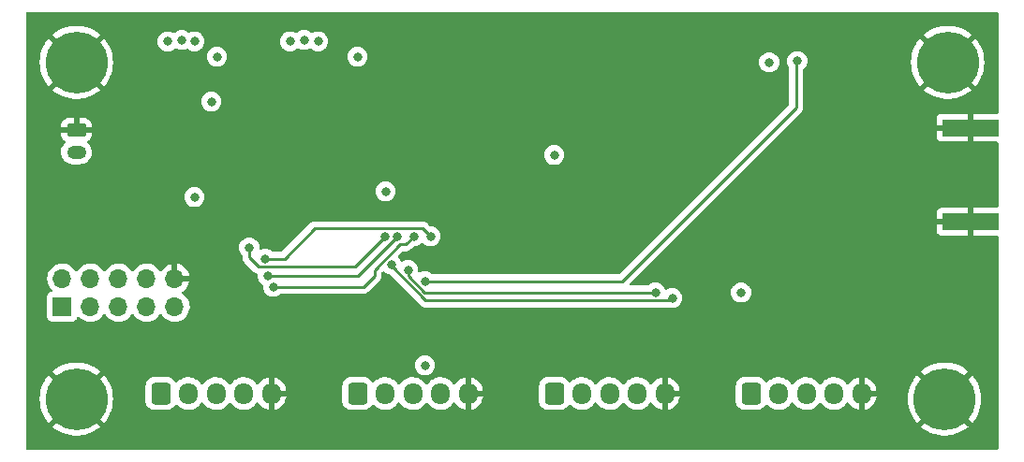
<source format=gbl>
%TF.GenerationSoftware,KiCad,Pcbnew,(6.0.1)*%
%TF.CreationDate,2022-03-10T11:46:56+01:00*%
%TF.ProjectId,ci-poc-board,63692d70-6f63-42d6-926f-6172642e6b69,rev?*%
%TF.SameCoordinates,Original*%
%TF.FileFunction,Copper,L4,Bot*%
%TF.FilePolarity,Positive*%
%FSLAX46Y46*%
G04 Gerber Fmt 4.6, Leading zero omitted, Abs format (unit mm)*
G04 Created by KiCad (PCBNEW (6.0.1)) date 2022-03-10 11:46:56*
%MOMM*%
%LPD*%
G01*
G04 APERTURE LIST*
G04 Aperture macros list*
%AMRoundRect*
0 Rectangle with rounded corners*
0 $1 Rounding radius*
0 $2 $3 $4 $5 $6 $7 $8 $9 X,Y pos of 4 corners*
0 Add a 4 corners polygon primitive as box body*
4,1,4,$2,$3,$4,$5,$6,$7,$8,$9,$2,$3,0*
0 Add four circle primitives for the rounded corners*
1,1,$1+$1,$2,$3*
1,1,$1+$1,$4,$5*
1,1,$1+$1,$6,$7*
1,1,$1+$1,$8,$9*
0 Add four rect primitives between the rounded corners*
20,1,$1+$1,$2,$3,$4,$5,0*
20,1,$1+$1,$4,$5,$6,$7,0*
20,1,$1+$1,$6,$7,$8,$9,0*
20,1,$1+$1,$8,$9,$2,$3,0*%
G04 Aperture macros list end*
%TA.AperFunction,ComponentPad*%
%ADD10RoundRect,0.250000X-0.600000X-0.725000X0.600000X-0.725000X0.600000X0.725000X-0.600000X0.725000X0*%
%TD*%
%TA.AperFunction,ComponentPad*%
%ADD11O,1.700000X1.950000*%
%TD*%
%TA.AperFunction,SMDPad,CuDef*%
%ADD12R,5.080000X1.500000*%
%TD*%
%TA.AperFunction,ComponentPad*%
%ADD13C,5.600000*%
%TD*%
%TA.AperFunction,ComponentPad*%
%ADD14R,1.700000X1.700000*%
%TD*%
%TA.AperFunction,ComponentPad*%
%ADD15O,1.700000X1.700000*%
%TD*%
%TA.AperFunction,ComponentPad*%
%ADD16RoundRect,0.250000X-0.625000X0.350000X-0.625000X-0.350000X0.625000X-0.350000X0.625000X0.350000X0*%
%TD*%
%TA.AperFunction,ComponentPad*%
%ADD17O,1.750000X1.200000*%
%TD*%
%TA.AperFunction,ViaPad*%
%ADD18C,0.800000*%
%TD*%
%TA.AperFunction,Conductor*%
%ADD19C,0.250000*%
%TD*%
G04 APERTURE END LIST*
D10*
X88900000Y-83312000D03*
D11*
X91400000Y-83312000D03*
X93900000Y-83312000D03*
X96400000Y-83312000D03*
X98900000Y-83312000D03*
D10*
X71120000Y-83312000D03*
D11*
X73620000Y-83312000D03*
X76120000Y-83312000D03*
X78620000Y-83312000D03*
X81120000Y-83312000D03*
D12*
X144272000Y-67750000D03*
X144272000Y-59250000D03*
D13*
X63500000Y-83820000D03*
X142240000Y-53340000D03*
X63500000Y-53340000D03*
D10*
X106680000Y-83312000D03*
D11*
X109180000Y-83312000D03*
X111680000Y-83312000D03*
X114180000Y-83312000D03*
X116680000Y-83312000D03*
D13*
X141957500Y-83820000D03*
D14*
X62225000Y-75443000D03*
D15*
X62225000Y-72903000D03*
X64765000Y-75443000D03*
X64765000Y-72903000D03*
X67305000Y-75443000D03*
X67305000Y-72903000D03*
X69845000Y-75443000D03*
X69845000Y-72903000D03*
X72385000Y-75443000D03*
X72385000Y-72903000D03*
D16*
X63500000Y-59452000D03*
D17*
X63500000Y-61452000D03*
D10*
X124460000Y-83312000D03*
D11*
X126960000Y-83312000D03*
X129460000Y-83312000D03*
X131960000Y-83312000D03*
X134460000Y-83312000D03*
D18*
X86360000Y-76708000D03*
X106680000Y-61722000D03*
X71755000Y-51435000D03*
X126111000Y-53340000D03*
X74168000Y-51435000D03*
X74168000Y-65532000D03*
X94996000Y-80772000D03*
X76200000Y-52832000D03*
X73025000Y-51308000D03*
X91440000Y-65024000D03*
X75692000Y-56896000D03*
X123571000Y-74168000D03*
X80555500Y-71120000D03*
X95504000Y-69088000D03*
X88900000Y-52832000D03*
X84074000Y-51308000D03*
X85344000Y-51435000D03*
X82804000Y-51435000D03*
X93980000Y-69088000D03*
X81280000Y-73660000D03*
X80772000Y-72644000D03*
X92456000Y-69088000D03*
X93472000Y-72136000D03*
X115824000Y-74168000D03*
X91948000Y-71628000D03*
X117348000Y-74676000D03*
X94996000Y-73152000D03*
X128651000Y-53213000D03*
X79121000Y-70104000D03*
X91400069Y-69119332D03*
D19*
X94779489Y-68363489D02*
X95504000Y-69088000D01*
X82296000Y-71120000D02*
X85052511Y-68363489D01*
X85052511Y-68363489D02*
X94779489Y-68363489D01*
X80555500Y-71120000D02*
X82296000Y-71120000D01*
X90424000Y-72127386D02*
X92738875Y-69812511D01*
X81280000Y-73660000D02*
X89408000Y-73660000D01*
X89408000Y-73660000D02*
X90424000Y-72644000D01*
X92738875Y-69812511D02*
X93255489Y-69812511D01*
X90424000Y-72644000D02*
X90424000Y-72127386D01*
X93255489Y-69812511D02*
X93980000Y-69088000D01*
X88900000Y-72644000D02*
X92456000Y-69088000D01*
X80772000Y-72644000D02*
X88900000Y-72644000D01*
X94987386Y-74168000D02*
X115824000Y-74168000D01*
X93472000Y-72652614D02*
X94987386Y-74168000D01*
X93472000Y-72136000D02*
X93472000Y-72652614D01*
X117131489Y-74892511D02*
X117348000Y-74676000D01*
X95076179Y-74892511D02*
X117131489Y-74892511D01*
X91948000Y-71628000D02*
X91948000Y-71764332D01*
X91948000Y-71764332D02*
X95076179Y-74892511D01*
X128524000Y-57404000D02*
X128524000Y-53340000D01*
X112776000Y-73152000D02*
X94996000Y-73152000D01*
X128524000Y-53340000D02*
X128651000Y-53213000D01*
X112776000Y-73152000D02*
X128524000Y-57404000D01*
X79121000Y-70993000D02*
X79121000Y-70104000D01*
X79972511Y-71844511D02*
X79121000Y-70993000D01*
X91400069Y-69119332D02*
X88674890Y-71844511D01*
X88674890Y-71844511D02*
X79972511Y-71844511D01*
%TA.AperFunction,Conductor*%
G36*
X146754121Y-48788002D02*
G01*
X146800614Y-48841658D01*
X146812000Y-48894000D01*
X146812000Y-57866000D01*
X146791998Y-57934121D01*
X146738342Y-57980614D01*
X146686000Y-57992000D01*
X144544115Y-57992000D01*
X144528876Y-57996475D01*
X144527671Y-57997865D01*
X144526000Y-58005548D01*
X144526000Y-60489884D01*
X144530475Y-60505123D01*
X144531865Y-60506328D01*
X144539548Y-60507999D01*
X146686000Y-60507999D01*
X146754121Y-60528001D01*
X146800614Y-60581657D01*
X146812000Y-60633999D01*
X146812000Y-66366000D01*
X146791998Y-66434121D01*
X146738342Y-66480614D01*
X146686000Y-66492000D01*
X144544115Y-66492000D01*
X144528876Y-66496475D01*
X144527671Y-66497865D01*
X144526000Y-66505548D01*
X144526000Y-68989884D01*
X144530475Y-69005123D01*
X144531865Y-69006328D01*
X144539548Y-69007999D01*
X146686000Y-69007999D01*
X146754121Y-69028001D01*
X146800614Y-69081657D01*
X146812000Y-69133999D01*
X146812000Y-88266000D01*
X146791998Y-88334121D01*
X146738342Y-88380614D01*
X146686000Y-88392000D01*
X59054000Y-88392000D01*
X58985879Y-88371998D01*
X58939386Y-88318342D01*
X58928000Y-88266000D01*
X58928000Y-86336381D01*
X61349160Y-86336381D01*
X61349237Y-86337470D01*
X61351698Y-86341206D01*
X61625632Y-86551404D01*
X61631262Y-86555259D01*
X61931591Y-86737862D01*
X61937593Y-86741080D01*
X62255897Y-86890184D01*
X62262202Y-86892732D01*
X62594743Y-87006587D01*
X62601313Y-87008446D01*
X62944183Y-87085714D01*
X62950912Y-87086853D01*
X63300143Y-87126643D01*
X63306933Y-87127046D01*
X63658419Y-87128886D01*
X63665220Y-87128554D01*
X64014853Y-87092423D01*
X64021581Y-87091357D01*
X64365274Y-87017676D01*
X64371822Y-87015897D01*
X64705549Y-86905527D01*
X64711891Y-86903041D01*
X65031718Y-86757288D01*
X65037777Y-86754121D01*
X65339995Y-86574676D01*
X65345659Y-86570884D01*
X65626732Y-86359849D01*
X65631958Y-86355464D01*
X65641613Y-86346428D01*
X65647540Y-86336381D01*
X139806660Y-86336381D01*
X139806737Y-86337470D01*
X139809198Y-86341206D01*
X140083132Y-86551404D01*
X140088762Y-86555259D01*
X140389091Y-86737862D01*
X140395093Y-86741080D01*
X140713397Y-86890184D01*
X140719702Y-86892732D01*
X141052243Y-87006587D01*
X141058813Y-87008446D01*
X141401683Y-87085714D01*
X141408412Y-87086853D01*
X141757643Y-87126643D01*
X141764433Y-87127046D01*
X142115919Y-87128886D01*
X142122720Y-87128554D01*
X142472353Y-87092423D01*
X142479081Y-87091357D01*
X142822774Y-87017676D01*
X142829322Y-87015897D01*
X143163049Y-86905527D01*
X143169391Y-86903041D01*
X143489218Y-86757288D01*
X143495277Y-86754121D01*
X143797495Y-86574676D01*
X143803159Y-86570884D01*
X144084232Y-86359849D01*
X144089458Y-86355464D01*
X144099113Y-86346428D01*
X144107182Y-86332750D01*
X144107154Y-86332024D01*
X144102012Y-86323723D01*
X141970310Y-84192020D01*
X141956369Y-84184408D01*
X141954534Y-84184539D01*
X141947920Y-84188790D01*
X139814274Y-86322437D01*
X139806660Y-86336381D01*
X65647540Y-86336381D01*
X65649682Y-86332750D01*
X65649654Y-86332024D01*
X65644512Y-86323723D01*
X63512810Y-84192020D01*
X63498869Y-84184408D01*
X63497034Y-84184539D01*
X63490420Y-84188790D01*
X61356774Y-86322437D01*
X61349160Y-86336381D01*
X58928000Y-86336381D01*
X58928000Y-83811832D01*
X60187333Y-83811832D01*
X60205117Y-84162893D01*
X60205827Y-84169649D01*
X60261420Y-84516723D01*
X60262859Y-84523378D01*
X60355608Y-84862410D01*
X60357757Y-84868871D01*
X60486581Y-85195912D01*
X60489412Y-85202095D01*
X60652803Y-85513310D01*
X60656286Y-85519152D01*
X60852330Y-85810896D01*
X60856433Y-85816340D01*
X60976425Y-85958836D01*
X60989164Y-85967279D01*
X60999608Y-85961181D01*
X63127980Y-83832810D01*
X63134357Y-83821131D01*
X63864408Y-83821131D01*
X63864539Y-83822966D01*
X63868790Y-83829580D01*
X65999009Y-85959798D01*
X66012605Y-85967223D01*
X66022218Y-85960522D01*
X66122518Y-85843912D01*
X66126676Y-85838514D01*
X66325762Y-85548840D01*
X66329310Y-85543029D01*
X66495942Y-85233559D01*
X66498849Y-85227381D01*
X66631090Y-84901713D01*
X66633304Y-84895283D01*
X66729598Y-84557237D01*
X66731105Y-84550607D01*
X66790332Y-84204118D01*
X66791112Y-84197378D01*
X66797838Y-84087400D01*
X69761500Y-84087400D01*
X69761837Y-84090646D01*
X69761837Y-84090650D01*
X69771579Y-84184539D01*
X69772474Y-84193166D01*
X69774655Y-84199702D01*
X69774655Y-84199704D01*
X69806405Y-84294870D01*
X69828450Y-84360946D01*
X69921522Y-84511348D01*
X70046697Y-84636305D01*
X70052927Y-84640145D01*
X70052928Y-84640146D01*
X70190090Y-84724694D01*
X70197262Y-84729115D01*
X70232938Y-84740948D01*
X70358611Y-84782632D01*
X70358613Y-84782632D01*
X70365139Y-84784797D01*
X70371975Y-84785497D01*
X70371978Y-84785498D01*
X70407663Y-84789154D01*
X70469600Y-84795500D01*
X71770400Y-84795500D01*
X71773646Y-84795163D01*
X71773650Y-84795163D01*
X71869308Y-84785238D01*
X71869312Y-84785237D01*
X71876166Y-84784526D01*
X71882702Y-84782345D01*
X71882704Y-84782345D01*
X72014806Y-84738272D01*
X72043946Y-84728550D01*
X72194348Y-84635478D01*
X72319305Y-84510303D01*
X72409081Y-84364660D01*
X72461852Y-84317168D01*
X72531924Y-84305744D01*
X72597048Y-84334018D01*
X72607510Y-84343805D01*
X72649215Y-84387523D01*
X72716576Y-84458135D01*
X72901542Y-84595754D01*
X72906293Y-84598170D01*
X72906297Y-84598172D01*
X72969481Y-84630296D01*
X73107051Y-84700240D01*
X73112145Y-84701822D01*
X73112148Y-84701823D01*
X73277583Y-84753192D01*
X73327227Y-84768607D01*
X73332516Y-84769308D01*
X73550489Y-84798198D01*
X73550494Y-84798198D01*
X73555774Y-84798898D01*
X73561103Y-84798698D01*
X73561105Y-84798698D01*
X73670966Y-84794573D01*
X73786158Y-84790249D01*
X73808802Y-84785498D01*
X74006572Y-84744002D01*
X74011791Y-84742907D01*
X74016750Y-84740949D01*
X74016752Y-84740948D01*
X74221256Y-84660185D01*
X74221258Y-84660184D01*
X74226221Y-84658224D01*
X74231525Y-84655006D01*
X74418757Y-84541390D01*
X74418756Y-84541390D01*
X74423317Y-84538623D01*
X74463134Y-84504072D01*
X74593412Y-84391023D01*
X74593414Y-84391021D01*
X74597445Y-84387523D01*
X74664500Y-84305744D01*
X74740240Y-84213373D01*
X74740244Y-84213367D01*
X74743624Y-84209245D01*
X74761552Y-84177750D01*
X74812632Y-84128445D01*
X74882262Y-84114583D01*
X74948333Y-84140566D01*
X74975573Y-84169716D01*
X75057441Y-84291319D01*
X75216576Y-84458135D01*
X75401542Y-84595754D01*
X75406293Y-84598170D01*
X75406297Y-84598172D01*
X75469481Y-84630296D01*
X75607051Y-84700240D01*
X75612145Y-84701822D01*
X75612148Y-84701823D01*
X75777583Y-84753192D01*
X75827227Y-84768607D01*
X75832516Y-84769308D01*
X76050489Y-84798198D01*
X76050494Y-84798198D01*
X76055774Y-84798898D01*
X76061103Y-84798698D01*
X76061105Y-84798698D01*
X76170966Y-84794573D01*
X76286158Y-84790249D01*
X76308802Y-84785498D01*
X76506572Y-84744002D01*
X76511791Y-84742907D01*
X76516750Y-84740949D01*
X76516752Y-84740948D01*
X76721256Y-84660185D01*
X76721258Y-84660184D01*
X76726221Y-84658224D01*
X76731525Y-84655006D01*
X76918757Y-84541390D01*
X76918756Y-84541390D01*
X76923317Y-84538623D01*
X76963134Y-84504072D01*
X77093412Y-84391023D01*
X77093414Y-84391021D01*
X77097445Y-84387523D01*
X77164500Y-84305744D01*
X77240240Y-84213373D01*
X77240244Y-84213367D01*
X77243624Y-84209245D01*
X77261552Y-84177750D01*
X77312632Y-84128445D01*
X77382262Y-84114583D01*
X77448333Y-84140566D01*
X77475573Y-84169716D01*
X77557441Y-84291319D01*
X77716576Y-84458135D01*
X77901542Y-84595754D01*
X77906293Y-84598170D01*
X77906297Y-84598172D01*
X77969481Y-84630296D01*
X78107051Y-84700240D01*
X78112145Y-84701822D01*
X78112148Y-84701823D01*
X78277583Y-84753192D01*
X78327227Y-84768607D01*
X78332516Y-84769308D01*
X78550489Y-84798198D01*
X78550494Y-84798198D01*
X78555774Y-84798898D01*
X78561103Y-84798698D01*
X78561105Y-84798698D01*
X78670966Y-84794573D01*
X78786158Y-84790249D01*
X78808802Y-84785498D01*
X79006572Y-84744002D01*
X79011791Y-84742907D01*
X79016750Y-84740949D01*
X79016752Y-84740948D01*
X79221256Y-84660185D01*
X79221258Y-84660184D01*
X79226221Y-84658224D01*
X79231525Y-84655006D01*
X79418757Y-84541390D01*
X79418756Y-84541390D01*
X79423317Y-84538623D01*
X79463134Y-84504072D01*
X79593412Y-84391023D01*
X79593414Y-84391021D01*
X79597445Y-84387523D01*
X79664500Y-84305744D01*
X79740240Y-84213373D01*
X79740244Y-84213367D01*
X79743624Y-84209245D01*
X79746426Y-84204322D01*
X79761829Y-84177265D01*
X79812912Y-84127959D01*
X79882542Y-84114098D01*
X79948613Y-84140082D01*
X79975851Y-84169232D01*
X80054852Y-84286578D01*
X80061519Y-84294870D01*
X80213228Y-84453900D01*
X80221186Y-84460941D01*
X80397525Y-84592141D01*
X80406562Y-84597745D01*
X80602484Y-84697357D01*
X80612335Y-84701357D01*
X80822240Y-84766534D01*
X80832624Y-84768817D01*
X80848043Y-84770861D01*
X80862207Y-84768665D01*
X80866000Y-84755478D01*
X80866000Y-84753192D01*
X81374000Y-84753192D01*
X81377973Y-84766723D01*
X81388580Y-84768248D01*
X81506421Y-84743523D01*
X81516617Y-84740463D01*
X81721029Y-84659737D01*
X81730561Y-84655006D01*
X81918462Y-84540984D01*
X81927052Y-84534720D01*
X82093052Y-84390673D01*
X82100472Y-84383042D01*
X82239826Y-84213089D01*
X82245850Y-84204322D01*
X82312406Y-84087400D01*
X87541500Y-84087400D01*
X87541837Y-84090646D01*
X87541837Y-84090650D01*
X87551579Y-84184539D01*
X87552474Y-84193166D01*
X87554655Y-84199702D01*
X87554655Y-84199704D01*
X87586405Y-84294870D01*
X87608450Y-84360946D01*
X87701522Y-84511348D01*
X87826697Y-84636305D01*
X87832927Y-84640145D01*
X87832928Y-84640146D01*
X87970090Y-84724694D01*
X87977262Y-84729115D01*
X88012938Y-84740948D01*
X88138611Y-84782632D01*
X88138613Y-84782632D01*
X88145139Y-84784797D01*
X88151975Y-84785497D01*
X88151978Y-84785498D01*
X88187663Y-84789154D01*
X88249600Y-84795500D01*
X89550400Y-84795500D01*
X89553646Y-84795163D01*
X89553650Y-84795163D01*
X89649308Y-84785238D01*
X89649312Y-84785237D01*
X89656166Y-84784526D01*
X89662702Y-84782345D01*
X89662704Y-84782345D01*
X89794806Y-84738272D01*
X89823946Y-84728550D01*
X89974348Y-84635478D01*
X90099305Y-84510303D01*
X90189081Y-84364660D01*
X90241852Y-84317168D01*
X90311924Y-84305744D01*
X90377048Y-84334018D01*
X90387510Y-84343805D01*
X90429215Y-84387523D01*
X90496576Y-84458135D01*
X90681542Y-84595754D01*
X90686293Y-84598170D01*
X90686297Y-84598172D01*
X90749481Y-84630296D01*
X90887051Y-84700240D01*
X90892145Y-84701822D01*
X90892148Y-84701823D01*
X91057583Y-84753192D01*
X91107227Y-84768607D01*
X91112516Y-84769308D01*
X91330489Y-84798198D01*
X91330494Y-84798198D01*
X91335774Y-84798898D01*
X91341103Y-84798698D01*
X91341105Y-84798698D01*
X91450966Y-84794573D01*
X91566158Y-84790249D01*
X91588802Y-84785498D01*
X91786572Y-84744002D01*
X91791791Y-84742907D01*
X91796750Y-84740949D01*
X91796752Y-84740948D01*
X92001256Y-84660185D01*
X92001258Y-84660184D01*
X92006221Y-84658224D01*
X92011525Y-84655006D01*
X92198757Y-84541390D01*
X92198756Y-84541390D01*
X92203317Y-84538623D01*
X92243134Y-84504072D01*
X92373412Y-84391023D01*
X92373414Y-84391021D01*
X92377445Y-84387523D01*
X92444500Y-84305744D01*
X92520240Y-84213373D01*
X92520244Y-84213367D01*
X92523624Y-84209245D01*
X92541552Y-84177750D01*
X92592632Y-84128445D01*
X92662262Y-84114583D01*
X92728333Y-84140566D01*
X92755573Y-84169716D01*
X92837441Y-84291319D01*
X92996576Y-84458135D01*
X93181542Y-84595754D01*
X93186293Y-84598170D01*
X93186297Y-84598172D01*
X93249481Y-84630296D01*
X93387051Y-84700240D01*
X93392145Y-84701822D01*
X93392148Y-84701823D01*
X93557583Y-84753192D01*
X93607227Y-84768607D01*
X93612516Y-84769308D01*
X93830489Y-84798198D01*
X93830494Y-84798198D01*
X93835774Y-84798898D01*
X93841103Y-84798698D01*
X93841105Y-84798698D01*
X93950966Y-84794573D01*
X94066158Y-84790249D01*
X94088802Y-84785498D01*
X94286572Y-84744002D01*
X94291791Y-84742907D01*
X94296750Y-84740949D01*
X94296752Y-84740948D01*
X94501256Y-84660185D01*
X94501258Y-84660184D01*
X94506221Y-84658224D01*
X94511525Y-84655006D01*
X94698757Y-84541390D01*
X94698756Y-84541390D01*
X94703317Y-84538623D01*
X94743134Y-84504072D01*
X94873412Y-84391023D01*
X94873414Y-84391021D01*
X94877445Y-84387523D01*
X94944500Y-84305744D01*
X95020240Y-84213373D01*
X95020244Y-84213367D01*
X95023624Y-84209245D01*
X95041552Y-84177750D01*
X95092632Y-84128445D01*
X95162262Y-84114583D01*
X95228333Y-84140566D01*
X95255573Y-84169716D01*
X95337441Y-84291319D01*
X95496576Y-84458135D01*
X95681542Y-84595754D01*
X95686293Y-84598170D01*
X95686297Y-84598172D01*
X95749481Y-84630296D01*
X95887051Y-84700240D01*
X95892145Y-84701822D01*
X95892148Y-84701823D01*
X96057583Y-84753192D01*
X96107227Y-84768607D01*
X96112516Y-84769308D01*
X96330489Y-84798198D01*
X96330494Y-84798198D01*
X96335774Y-84798898D01*
X96341103Y-84798698D01*
X96341105Y-84798698D01*
X96450966Y-84794573D01*
X96566158Y-84790249D01*
X96588802Y-84785498D01*
X96786572Y-84744002D01*
X96791791Y-84742907D01*
X96796750Y-84740949D01*
X96796752Y-84740948D01*
X97001256Y-84660185D01*
X97001258Y-84660184D01*
X97006221Y-84658224D01*
X97011525Y-84655006D01*
X97198757Y-84541390D01*
X97198756Y-84541390D01*
X97203317Y-84538623D01*
X97243134Y-84504072D01*
X97373412Y-84391023D01*
X97373414Y-84391021D01*
X97377445Y-84387523D01*
X97444500Y-84305744D01*
X97520240Y-84213373D01*
X97520244Y-84213367D01*
X97523624Y-84209245D01*
X97526426Y-84204322D01*
X97541829Y-84177265D01*
X97592912Y-84127959D01*
X97662542Y-84114098D01*
X97728613Y-84140082D01*
X97755851Y-84169232D01*
X97834852Y-84286578D01*
X97841519Y-84294870D01*
X97993228Y-84453900D01*
X98001186Y-84460941D01*
X98177525Y-84592141D01*
X98186562Y-84597745D01*
X98382484Y-84697357D01*
X98392335Y-84701357D01*
X98602240Y-84766534D01*
X98612624Y-84768817D01*
X98628043Y-84770861D01*
X98642207Y-84768665D01*
X98646000Y-84755478D01*
X98646000Y-84753192D01*
X99154000Y-84753192D01*
X99157973Y-84766723D01*
X99168580Y-84768248D01*
X99286421Y-84743523D01*
X99296617Y-84740463D01*
X99501029Y-84659737D01*
X99510561Y-84655006D01*
X99698462Y-84540984D01*
X99707052Y-84534720D01*
X99873052Y-84390673D01*
X99880472Y-84383042D01*
X100019826Y-84213089D01*
X100025850Y-84204322D01*
X100092406Y-84087400D01*
X105321500Y-84087400D01*
X105321837Y-84090646D01*
X105321837Y-84090650D01*
X105331579Y-84184539D01*
X105332474Y-84193166D01*
X105334655Y-84199702D01*
X105334655Y-84199704D01*
X105366405Y-84294870D01*
X105388450Y-84360946D01*
X105481522Y-84511348D01*
X105606697Y-84636305D01*
X105612927Y-84640145D01*
X105612928Y-84640146D01*
X105750090Y-84724694D01*
X105757262Y-84729115D01*
X105792938Y-84740948D01*
X105918611Y-84782632D01*
X105918613Y-84782632D01*
X105925139Y-84784797D01*
X105931975Y-84785497D01*
X105931978Y-84785498D01*
X105967663Y-84789154D01*
X106029600Y-84795500D01*
X107330400Y-84795500D01*
X107333646Y-84795163D01*
X107333650Y-84795163D01*
X107429308Y-84785238D01*
X107429312Y-84785237D01*
X107436166Y-84784526D01*
X107442702Y-84782345D01*
X107442704Y-84782345D01*
X107574806Y-84738272D01*
X107603946Y-84728550D01*
X107754348Y-84635478D01*
X107879305Y-84510303D01*
X107969081Y-84364660D01*
X108021852Y-84317168D01*
X108091924Y-84305744D01*
X108157048Y-84334018D01*
X108167510Y-84343805D01*
X108209215Y-84387523D01*
X108276576Y-84458135D01*
X108461542Y-84595754D01*
X108466293Y-84598170D01*
X108466297Y-84598172D01*
X108529481Y-84630296D01*
X108667051Y-84700240D01*
X108672145Y-84701822D01*
X108672148Y-84701823D01*
X108837583Y-84753192D01*
X108887227Y-84768607D01*
X108892516Y-84769308D01*
X109110489Y-84798198D01*
X109110494Y-84798198D01*
X109115774Y-84798898D01*
X109121103Y-84798698D01*
X109121105Y-84798698D01*
X109230966Y-84794573D01*
X109346158Y-84790249D01*
X109368802Y-84785498D01*
X109566572Y-84744002D01*
X109571791Y-84742907D01*
X109576750Y-84740949D01*
X109576752Y-84740948D01*
X109781256Y-84660185D01*
X109781258Y-84660184D01*
X109786221Y-84658224D01*
X109791525Y-84655006D01*
X109978757Y-84541390D01*
X109978756Y-84541390D01*
X109983317Y-84538623D01*
X110023134Y-84504072D01*
X110153412Y-84391023D01*
X110153414Y-84391021D01*
X110157445Y-84387523D01*
X110224500Y-84305744D01*
X110300240Y-84213373D01*
X110300244Y-84213367D01*
X110303624Y-84209245D01*
X110321552Y-84177750D01*
X110372632Y-84128445D01*
X110442262Y-84114583D01*
X110508333Y-84140566D01*
X110535573Y-84169716D01*
X110617441Y-84291319D01*
X110776576Y-84458135D01*
X110961542Y-84595754D01*
X110966293Y-84598170D01*
X110966297Y-84598172D01*
X111029481Y-84630296D01*
X111167051Y-84700240D01*
X111172145Y-84701822D01*
X111172148Y-84701823D01*
X111337583Y-84753192D01*
X111387227Y-84768607D01*
X111392516Y-84769308D01*
X111610489Y-84798198D01*
X111610494Y-84798198D01*
X111615774Y-84798898D01*
X111621103Y-84798698D01*
X111621105Y-84798698D01*
X111730966Y-84794573D01*
X111846158Y-84790249D01*
X111868802Y-84785498D01*
X112066572Y-84744002D01*
X112071791Y-84742907D01*
X112076750Y-84740949D01*
X112076752Y-84740948D01*
X112281256Y-84660185D01*
X112281258Y-84660184D01*
X112286221Y-84658224D01*
X112291525Y-84655006D01*
X112478757Y-84541390D01*
X112478756Y-84541390D01*
X112483317Y-84538623D01*
X112523134Y-84504072D01*
X112653412Y-84391023D01*
X112653414Y-84391021D01*
X112657445Y-84387523D01*
X112724500Y-84305744D01*
X112800240Y-84213373D01*
X112800244Y-84213367D01*
X112803624Y-84209245D01*
X112821552Y-84177750D01*
X112872632Y-84128445D01*
X112942262Y-84114583D01*
X113008333Y-84140566D01*
X113035573Y-84169716D01*
X113117441Y-84291319D01*
X113276576Y-84458135D01*
X113461542Y-84595754D01*
X113466293Y-84598170D01*
X113466297Y-84598172D01*
X113529481Y-84630296D01*
X113667051Y-84700240D01*
X113672145Y-84701822D01*
X113672148Y-84701823D01*
X113837583Y-84753192D01*
X113887227Y-84768607D01*
X113892516Y-84769308D01*
X114110489Y-84798198D01*
X114110494Y-84798198D01*
X114115774Y-84798898D01*
X114121103Y-84798698D01*
X114121105Y-84798698D01*
X114230966Y-84794573D01*
X114346158Y-84790249D01*
X114368802Y-84785498D01*
X114566572Y-84744002D01*
X114571791Y-84742907D01*
X114576750Y-84740949D01*
X114576752Y-84740948D01*
X114781256Y-84660185D01*
X114781258Y-84660184D01*
X114786221Y-84658224D01*
X114791525Y-84655006D01*
X114978757Y-84541390D01*
X114978756Y-84541390D01*
X114983317Y-84538623D01*
X115023134Y-84504072D01*
X115153412Y-84391023D01*
X115153414Y-84391021D01*
X115157445Y-84387523D01*
X115224500Y-84305744D01*
X115300240Y-84213373D01*
X115300244Y-84213367D01*
X115303624Y-84209245D01*
X115306426Y-84204322D01*
X115321829Y-84177265D01*
X115372912Y-84127959D01*
X115442542Y-84114098D01*
X115508613Y-84140082D01*
X115535851Y-84169232D01*
X115614852Y-84286578D01*
X115621519Y-84294870D01*
X115773228Y-84453900D01*
X115781186Y-84460941D01*
X115957525Y-84592141D01*
X115966562Y-84597745D01*
X116162484Y-84697357D01*
X116172335Y-84701357D01*
X116382240Y-84766534D01*
X116392624Y-84768817D01*
X116408043Y-84770861D01*
X116422207Y-84768665D01*
X116426000Y-84755478D01*
X116426000Y-84753192D01*
X116934000Y-84753192D01*
X116937973Y-84766723D01*
X116948580Y-84768248D01*
X117066421Y-84743523D01*
X117076617Y-84740463D01*
X117281029Y-84659737D01*
X117290561Y-84655006D01*
X117478462Y-84540984D01*
X117487052Y-84534720D01*
X117653052Y-84390673D01*
X117660472Y-84383042D01*
X117799826Y-84213089D01*
X117805850Y-84204322D01*
X117872406Y-84087400D01*
X123101500Y-84087400D01*
X123101837Y-84090646D01*
X123101837Y-84090650D01*
X123111579Y-84184539D01*
X123112474Y-84193166D01*
X123114655Y-84199702D01*
X123114655Y-84199704D01*
X123146405Y-84294870D01*
X123168450Y-84360946D01*
X123261522Y-84511348D01*
X123386697Y-84636305D01*
X123392927Y-84640145D01*
X123392928Y-84640146D01*
X123530090Y-84724694D01*
X123537262Y-84729115D01*
X123572938Y-84740948D01*
X123698611Y-84782632D01*
X123698613Y-84782632D01*
X123705139Y-84784797D01*
X123711975Y-84785497D01*
X123711978Y-84785498D01*
X123747663Y-84789154D01*
X123809600Y-84795500D01*
X125110400Y-84795500D01*
X125113646Y-84795163D01*
X125113650Y-84795163D01*
X125209308Y-84785238D01*
X125209312Y-84785237D01*
X125216166Y-84784526D01*
X125222702Y-84782345D01*
X125222704Y-84782345D01*
X125354806Y-84738272D01*
X125383946Y-84728550D01*
X125534348Y-84635478D01*
X125659305Y-84510303D01*
X125749081Y-84364660D01*
X125801852Y-84317168D01*
X125871924Y-84305744D01*
X125937048Y-84334018D01*
X125947510Y-84343805D01*
X125989215Y-84387523D01*
X126056576Y-84458135D01*
X126241542Y-84595754D01*
X126246293Y-84598170D01*
X126246297Y-84598172D01*
X126309481Y-84630296D01*
X126447051Y-84700240D01*
X126452145Y-84701822D01*
X126452148Y-84701823D01*
X126617583Y-84753192D01*
X126667227Y-84768607D01*
X126672516Y-84769308D01*
X126890489Y-84798198D01*
X126890494Y-84798198D01*
X126895774Y-84798898D01*
X126901103Y-84798698D01*
X126901105Y-84798698D01*
X127010966Y-84794573D01*
X127126158Y-84790249D01*
X127148802Y-84785498D01*
X127346572Y-84744002D01*
X127351791Y-84742907D01*
X127356750Y-84740949D01*
X127356752Y-84740948D01*
X127561256Y-84660185D01*
X127561258Y-84660184D01*
X127566221Y-84658224D01*
X127571525Y-84655006D01*
X127758757Y-84541390D01*
X127758756Y-84541390D01*
X127763317Y-84538623D01*
X127803134Y-84504072D01*
X127933412Y-84391023D01*
X127933414Y-84391021D01*
X127937445Y-84387523D01*
X128004500Y-84305744D01*
X128080240Y-84213373D01*
X128080244Y-84213367D01*
X128083624Y-84209245D01*
X128101552Y-84177750D01*
X128152632Y-84128445D01*
X128222262Y-84114583D01*
X128288333Y-84140566D01*
X128315573Y-84169716D01*
X128397441Y-84291319D01*
X128556576Y-84458135D01*
X128741542Y-84595754D01*
X128746293Y-84598170D01*
X128746297Y-84598172D01*
X128809481Y-84630296D01*
X128947051Y-84700240D01*
X128952145Y-84701822D01*
X128952148Y-84701823D01*
X129117583Y-84753192D01*
X129167227Y-84768607D01*
X129172516Y-84769308D01*
X129390489Y-84798198D01*
X129390494Y-84798198D01*
X129395774Y-84798898D01*
X129401103Y-84798698D01*
X129401105Y-84798698D01*
X129510966Y-84794573D01*
X129626158Y-84790249D01*
X129648802Y-84785498D01*
X129846572Y-84744002D01*
X129851791Y-84742907D01*
X129856750Y-84740949D01*
X129856752Y-84740948D01*
X130061256Y-84660185D01*
X130061258Y-84660184D01*
X130066221Y-84658224D01*
X130071525Y-84655006D01*
X130258757Y-84541390D01*
X130258756Y-84541390D01*
X130263317Y-84538623D01*
X130303134Y-84504072D01*
X130433412Y-84391023D01*
X130433414Y-84391021D01*
X130437445Y-84387523D01*
X130504500Y-84305744D01*
X130580240Y-84213373D01*
X130580244Y-84213367D01*
X130583624Y-84209245D01*
X130601552Y-84177750D01*
X130652632Y-84128445D01*
X130722262Y-84114583D01*
X130788333Y-84140566D01*
X130815573Y-84169716D01*
X130897441Y-84291319D01*
X131056576Y-84458135D01*
X131241542Y-84595754D01*
X131246293Y-84598170D01*
X131246297Y-84598172D01*
X131309481Y-84630296D01*
X131447051Y-84700240D01*
X131452145Y-84701822D01*
X131452148Y-84701823D01*
X131617583Y-84753192D01*
X131667227Y-84768607D01*
X131672516Y-84769308D01*
X131890489Y-84798198D01*
X131890494Y-84798198D01*
X131895774Y-84798898D01*
X131901103Y-84798698D01*
X131901105Y-84798698D01*
X132010966Y-84794573D01*
X132126158Y-84790249D01*
X132148802Y-84785498D01*
X132346572Y-84744002D01*
X132351791Y-84742907D01*
X132356750Y-84740949D01*
X132356752Y-84740948D01*
X132561256Y-84660185D01*
X132561258Y-84660184D01*
X132566221Y-84658224D01*
X132571525Y-84655006D01*
X132758757Y-84541390D01*
X132758756Y-84541390D01*
X132763317Y-84538623D01*
X132803134Y-84504072D01*
X132933412Y-84391023D01*
X132933414Y-84391021D01*
X132937445Y-84387523D01*
X133004500Y-84305744D01*
X133080240Y-84213373D01*
X133080244Y-84213367D01*
X133083624Y-84209245D01*
X133086426Y-84204322D01*
X133101829Y-84177265D01*
X133152912Y-84127959D01*
X133222542Y-84114098D01*
X133288613Y-84140082D01*
X133315851Y-84169232D01*
X133394852Y-84286578D01*
X133401519Y-84294870D01*
X133553228Y-84453900D01*
X133561186Y-84460941D01*
X133737525Y-84592141D01*
X133746562Y-84597745D01*
X133942484Y-84697357D01*
X133952335Y-84701357D01*
X134162240Y-84766534D01*
X134172624Y-84768817D01*
X134188043Y-84770861D01*
X134202207Y-84768665D01*
X134206000Y-84755478D01*
X134206000Y-84753192D01*
X134714000Y-84753192D01*
X134717973Y-84766723D01*
X134728580Y-84768248D01*
X134846421Y-84743523D01*
X134856617Y-84740463D01*
X135061029Y-84659737D01*
X135070561Y-84655006D01*
X135258462Y-84540984D01*
X135267052Y-84534720D01*
X135433052Y-84390673D01*
X135440472Y-84383042D01*
X135579826Y-84213089D01*
X135585850Y-84204322D01*
X135694576Y-84013318D01*
X135699041Y-84003654D01*
X135768669Y-83811832D01*
X138644833Y-83811832D01*
X138662617Y-84162893D01*
X138663327Y-84169649D01*
X138718920Y-84516723D01*
X138720359Y-84523378D01*
X138813108Y-84862410D01*
X138815257Y-84868871D01*
X138944081Y-85195912D01*
X138946912Y-85202095D01*
X139110303Y-85513310D01*
X139113786Y-85519152D01*
X139309830Y-85810896D01*
X139313933Y-85816340D01*
X139433925Y-85958836D01*
X139446664Y-85967279D01*
X139457108Y-85961181D01*
X141585480Y-83832810D01*
X141591857Y-83821131D01*
X142321908Y-83821131D01*
X142322039Y-83822966D01*
X142326290Y-83829580D01*
X144456509Y-85959798D01*
X144470105Y-85967223D01*
X144479718Y-85960522D01*
X144580018Y-85843912D01*
X144584176Y-85838514D01*
X144783262Y-85548840D01*
X144786810Y-85543029D01*
X144953442Y-85233559D01*
X144956349Y-85227381D01*
X145088590Y-84901713D01*
X145090804Y-84895283D01*
X145187098Y-84557237D01*
X145188605Y-84550607D01*
X145247832Y-84204118D01*
X145248612Y-84197378D01*
X145270168Y-83844925D01*
X145270284Y-83841323D01*
X145270353Y-83821819D01*
X145270261Y-83818194D01*
X145251166Y-83465615D01*
X145250431Y-83458849D01*
X145193630Y-83111985D01*
X145192163Y-83105313D01*
X145098236Y-82766627D01*
X145096062Y-82760163D01*
X144966098Y-82433578D01*
X144963242Y-82427398D01*
X144798769Y-82116763D01*
X144795269Y-82110937D01*
X144598197Y-81819862D01*
X144594090Y-81814453D01*
X144481065Y-81681179D01*
X144468240Y-81672743D01*
X144457916Y-81678795D01*
X142329520Y-83807190D01*
X142321908Y-83821131D01*
X141591857Y-83821131D01*
X141593092Y-83818869D01*
X141592961Y-83817034D01*
X141588710Y-83810420D01*
X139458492Y-81680203D01*
X139444955Y-81672811D01*
X139435253Y-81679599D01*
X139327930Y-81805257D01*
X139323796Y-81810664D01*
X139125715Y-82101041D01*
X139122197Y-82106851D01*
X138956634Y-82416922D01*
X138953759Y-82423087D01*
X138822655Y-82749218D01*
X138820462Y-82755658D01*
X138725346Y-83094044D01*
X138723863Y-83100679D01*
X138665850Y-83447354D01*
X138665091Y-83454126D01*
X138644857Y-83805037D01*
X138644833Y-83811832D01*
X135768669Y-83811832D01*
X135774031Y-83797059D01*
X135776802Y-83786792D01*
X135813504Y-83583826D01*
X135812085Y-83570586D01*
X135797450Y-83566000D01*
X134732115Y-83566000D01*
X134716876Y-83570475D01*
X134715671Y-83571865D01*
X134714000Y-83579548D01*
X134714000Y-84753192D01*
X134206000Y-84753192D01*
X134206000Y-83039885D01*
X134714000Y-83039885D01*
X134718475Y-83055124D01*
X134719865Y-83056329D01*
X134727548Y-83058000D01*
X135793849Y-83058000D01*
X135808527Y-83053690D01*
X135810590Y-83041807D01*
X135803876Y-82962675D01*
X135802086Y-82952203D01*
X135746870Y-82739465D01*
X135743335Y-82729425D01*
X135653063Y-82529030D01*
X135647894Y-82519744D01*
X135525150Y-82337425D01*
X135518481Y-82329130D01*
X135366772Y-82170100D01*
X135358814Y-82163059D01*
X135182475Y-82031859D01*
X135173438Y-82026255D01*
X134977516Y-81926643D01*
X134967665Y-81922643D01*
X134757760Y-81857466D01*
X134747376Y-81855183D01*
X134731957Y-81853139D01*
X134717793Y-81855335D01*
X134714000Y-81868522D01*
X134714000Y-83039885D01*
X134206000Y-83039885D01*
X134206000Y-81870808D01*
X134202027Y-81857277D01*
X134191420Y-81855752D01*
X134073579Y-81880477D01*
X134063383Y-81883537D01*
X133858971Y-81964263D01*
X133849439Y-81968994D01*
X133661538Y-82083016D01*
X133652948Y-82089280D01*
X133486948Y-82233327D01*
X133479528Y-82240958D01*
X133340174Y-82410911D01*
X133334152Y-82419674D01*
X133318762Y-82446711D01*
X133267680Y-82496018D01*
X133198049Y-82509880D01*
X133131978Y-82483897D01*
X133104739Y-82454747D01*
X133068869Y-82401468D01*
X133022559Y-82332681D01*
X132963918Y-82271209D01*
X132934725Y-82240608D01*
X132863424Y-82165865D01*
X132678458Y-82028246D01*
X132673707Y-82025830D01*
X132673703Y-82025828D01*
X132555588Y-81965776D01*
X132472949Y-81923760D01*
X132467855Y-81922178D01*
X132467852Y-81922177D01*
X132257871Y-81856976D01*
X132252773Y-81855393D01*
X132247484Y-81854692D01*
X132029511Y-81825802D01*
X132029506Y-81825802D01*
X132024226Y-81825102D01*
X132018897Y-81825302D01*
X132018895Y-81825302D01*
X131909034Y-81829426D01*
X131793842Y-81833751D01*
X131788623Y-81834846D01*
X131766566Y-81839474D01*
X131568209Y-81881093D01*
X131563250Y-81883051D01*
X131563248Y-81883052D01*
X131358744Y-81963815D01*
X131358742Y-81963816D01*
X131353779Y-81965776D01*
X131349220Y-81968543D01*
X131349217Y-81968544D01*
X131254113Y-82026255D01*
X131156683Y-82085377D01*
X131152653Y-82088874D01*
X131059484Y-82169722D01*
X130982555Y-82236477D01*
X130979168Y-82240608D01*
X130839760Y-82410627D01*
X130839756Y-82410633D01*
X130836376Y-82414755D01*
X130818448Y-82446250D01*
X130767368Y-82495555D01*
X130697738Y-82509417D01*
X130631667Y-82483434D01*
X130604427Y-82454284D01*
X130577814Y-82414755D01*
X130522559Y-82332681D01*
X130463918Y-82271209D01*
X130434725Y-82240608D01*
X130363424Y-82165865D01*
X130178458Y-82028246D01*
X130173707Y-82025830D01*
X130173703Y-82025828D01*
X130055588Y-81965776D01*
X129972949Y-81923760D01*
X129967855Y-81922178D01*
X129967852Y-81922177D01*
X129757871Y-81856976D01*
X129752773Y-81855393D01*
X129747484Y-81854692D01*
X129529511Y-81825802D01*
X129529506Y-81825802D01*
X129524226Y-81825102D01*
X129518897Y-81825302D01*
X129518895Y-81825302D01*
X129409034Y-81829426D01*
X129293842Y-81833751D01*
X129288623Y-81834846D01*
X129266566Y-81839474D01*
X129068209Y-81881093D01*
X129063250Y-81883051D01*
X129063248Y-81883052D01*
X128858744Y-81963815D01*
X128858742Y-81963816D01*
X128853779Y-81965776D01*
X128849220Y-81968543D01*
X128849217Y-81968544D01*
X128754113Y-82026255D01*
X128656683Y-82085377D01*
X128652653Y-82088874D01*
X128559484Y-82169722D01*
X128482555Y-82236477D01*
X128479168Y-82240608D01*
X128339760Y-82410627D01*
X128339756Y-82410633D01*
X128336376Y-82414755D01*
X128318448Y-82446250D01*
X128267368Y-82495555D01*
X128197738Y-82509417D01*
X128131667Y-82483434D01*
X128104427Y-82454284D01*
X128077814Y-82414755D01*
X128022559Y-82332681D01*
X127963918Y-82271209D01*
X127934725Y-82240608D01*
X127863424Y-82165865D01*
X127678458Y-82028246D01*
X127673707Y-82025830D01*
X127673703Y-82025828D01*
X127555588Y-81965776D01*
X127472949Y-81923760D01*
X127467855Y-81922178D01*
X127467852Y-81922177D01*
X127257871Y-81856976D01*
X127252773Y-81855393D01*
X127247484Y-81854692D01*
X127029511Y-81825802D01*
X127029506Y-81825802D01*
X127024226Y-81825102D01*
X127018897Y-81825302D01*
X127018895Y-81825302D01*
X126909034Y-81829426D01*
X126793842Y-81833751D01*
X126788623Y-81834846D01*
X126766566Y-81839474D01*
X126568209Y-81881093D01*
X126563250Y-81883051D01*
X126563248Y-81883052D01*
X126358744Y-81963815D01*
X126358742Y-81963816D01*
X126353779Y-81965776D01*
X126349220Y-81968543D01*
X126349217Y-81968544D01*
X126254113Y-82026255D01*
X126156683Y-82085377D01*
X126152653Y-82088874D01*
X126059484Y-82169722D01*
X125982555Y-82236477D01*
X125953330Y-82272120D01*
X125894671Y-82312114D01*
X125823701Y-82314046D01*
X125762952Y-82277302D01*
X125748752Y-82258532D01*
X125662332Y-82118880D01*
X125658478Y-82112652D01*
X125533303Y-81987695D01*
X125502965Y-81968994D01*
X125388968Y-81898725D01*
X125388966Y-81898724D01*
X125382738Y-81894885D01*
X125269353Y-81857277D01*
X125221389Y-81841368D01*
X125221387Y-81841368D01*
X125214861Y-81839203D01*
X125208025Y-81838503D01*
X125208022Y-81838502D01*
X125164969Y-81834091D01*
X125110400Y-81828500D01*
X123809600Y-81828500D01*
X123806354Y-81828837D01*
X123806350Y-81828837D01*
X123710692Y-81838762D01*
X123710688Y-81838763D01*
X123703834Y-81839474D01*
X123697298Y-81841655D01*
X123697296Y-81841655D01*
X123565194Y-81885728D01*
X123536054Y-81895450D01*
X123385652Y-81988522D01*
X123260695Y-82113697D01*
X123256855Y-82119927D01*
X123256854Y-82119928D01*
X123182466Y-82240608D01*
X123167885Y-82264262D01*
X123146472Y-82328822D01*
X123116432Y-82419390D01*
X123112203Y-82432139D01*
X123111503Y-82438975D01*
X123111502Y-82438978D01*
X123109338Y-82460102D01*
X123101500Y-82536600D01*
X123101500Y-84087400D01*
X117872406Y-84087400D01*
X117914576Y-84013318D01*
X117919041Y-84003654D01*
X117994031Y-83797059D01*
X117996802Y-83786792D01*
X118033504Y-83583826D01*
X118032085Y-83570586D01*
X118017450Y-83566000D01*
X116952115Y-83566000D01*
X116936876Y-83570475D01*
X116935671Y-83571865D01*
X116934000Y-83579548D01*
X116934000Y-84753192D01*
X116426000Y-84753192D01*
X116426000Y-83039885D01*
X116934000Y-83039885D01*
X116938475Y-83055124D01*
X116939865Y-83056329D01*
X116947548Y-83058000D01*
X118013849Y-83058000D01*
X118028527Y-83053690D01*
X118030590Y-83041807D01*
X118023876Y-82962675D01*
X118022086Y-82952203D01*
X117966870Y-82739465D01*
X117963335Y-82729425D01*
X117873063Y-82529030D01*
X117867894Y-82519744D01*
X117745150Y-82337425D01*
X117738481Y-82329130D01*
X117586772Y-82170100D01*
X117578814Y-82163059D01*
X117402475Y-82031859D01*
X117393438Y-82026255D01*
X117197516Y-81926643D01*
X117187665Y-81922643D01*
X116977760Y-81857466D01*
X116967376Y-81855183D01*
X116951957Y-81853139D01*
X116937793Y-81855335D01*
X116934000Y-81868522D01*
X116934000Y-83039885D01*
X116426000Y-83039885D01*
X116426000Y-81870808D01*
X116422027Y-81857277D01*
X116411420Y-81855752D01*
X116293579Y-81880477D01*
X116283383Y-81883537D01*
X116078971Y-81964263D01*
X116069439Y-81968994D01*
X115881538Y-82083016D01*
X115872948Y-82089280D01*
X115706948Y-82233327D01*
X115699528Y-82240958D01*
X115560174Y-82410911D01*
X115554152Y-82419674D01*
X115538762Y-82446711D01*
X115487680Y-82496018D01*
X115418049Y-82509880D01*
X115351978Y-82483897D01*
X115324739Y-82454747D01*
X115288869Y-82401468D01*
X115242559Y-82332681D01*
X115183918Y-82271209D01*
X115154725Y-82240608D01*
X115083424Y-82165865D01*
X114898458Y-82028246D01*
X114893707Y-82025830D01*
X114893703Y-82025828D01*
X114775588Y-81965776D01*
X114692949Y-81923760D01*
X114687855Y-81922178D01*
X114687852Y-81922177D01*
X114477871Y-81856976D01*
X114472773Y-81855393D01*
X114467484Y-81854692D01*
X114249511Y-81825802D01*
X114249506Y-81825802D01*
X114244226Y-81825102D01*
X114238897Y-81825302D01*
X114238895Y-81825302D01*
X114129034Y-81829426D01*
X114013842Y-81833751D01*
X114008623Y-81834846D01*
X113986566Y-81839474D01*
X113788209Y-81881093D01*
X113783250Y-81883051D01*
X113783248Y-81883052D01*
X113578744Y-81963815D01*
X113578742Y-81963816D01*
X113573779Y-81965776D01*
X113569220Y-81968543D01*
X113569217Y-81968544D01*
X113474113Y-82026255D01*
X113376683Y-82085377D01*
X113372653Y-82088874D01*
X113279484Y-82169722D01*
X113202555Y-82236477D01*
X113199168Y-82240608D01*
X113059760Y-82410627D01*
X113059756Y-82410633D01*
X113056376Y-82414755D01*
X113038448Y-82446250D01*
X112987368Y-82495555D01*
X112917738Y-82509417D01*
X112851667Y-82483434D01*
X112824427Y-82454284D01*
X112797814Y-82414755D01*
X112742559Y-82332681D01*
X112683918Y-82271209D01*
X112654725Y-82240608D01*
X112583424Y-82165865D01*
X112398458Y-82028246D01*
X112393707Y-82025830D01*
X112393703Y-82025828D01*
X112275588Y-81965776D01*
X112192949Y-81923760D01*
X112187855Y-81922178D01*
X112187852Y-81922177D01*
X111977871Y-81856976D01*
X111972773Y-81855393D01*
X111967484Y-81854692D01*
X111749511Y-81825802D01*
X111749506Y-81825802D01*
X111744226Y-81825102D01*
X111738897Y-81825302D01*
X111738895Y-81825302D01*
X111629034Y-81829426D01*
X111513842Y-81833751D01*
X111508623Y-81834846D01*
X111486566Y-81839474D01*
X111288209Y-81881093D01*
X111283250Y-81883051D01*
X111283248Y-81883052D01*
X111078744Y-81963815D01*
X111078742Y-81963816D01*
X111073779Y-81965776D01*
X111069220Y-81968543D01*
X111069217Y-81968544D01*
X110974113Y-82026255D01*
X110876683Y-82085377D01*
X110872653Y-82088874D01*
X110779484Y-82169722D01*
X110702555Y-82236477D01*
X110699168Y-82240608D01*
X110559760Y-82410627D01*
X110559756Y-82410633D01*
X110556376Y-82414755D01*
X110538448Y-82446250D01*
X110487368Y-82495555D01*
X110417738Y-82509417D01*
X110351667Y-82483434D01*
X110324427Y-82454284D01*
X110297814Y-82414755D01*
X110242559Y-82332681D01*
X110183918Y-82271209D01*
X110154725Y-82240608D01*
X110083424Y-82165865D01*
X109898458Y-82028246D01*
X109893707Y-82025830D01*
X109893703Y-82025828D01*
X109775588Y-81965776D01*
X109692949Y-81923760D01*
X109687855Y-81922178D01*
X109687852Y-81922177D01*
X109477871Y-81856976D01*
X109472773Y-81855393D01*
X109467484Y-81854692D01*
X109249511Y-81825802D01*
X109249506Y-81825802D01*
X109244226Y-81825102D01*
X109238897Y-81825302D01*
X109238895Y-81825302D01*
X109129034Y-81829426D01*
X109013842Y-81833751D01*
X109008623Y-81834846D01*
X108986566Y-81839474D01*
X108788209Y-81881093D01*
X108783250Y-81883051D01*
X108783248Y-81883052D01*
X108578744Y-81963815D01*
X108578742Y-81963816D01*
X108573779Y-81965776D01*
X108569220Y-81968543D01*
X108569217Y-81968544D01*
X108474113Y-82026255D01*
X108376683Y-82085377D01*
X108372653Y-82088874D01*
X108279484Y-82169722D01*
X108202555Y-82236477D01*
X108173330Y-82272120D01*
X108114671Y-82312114D01*
X108043701Y-82314046D01*
X107982952Y-82277302D01*
X107968752Y-82258532D01*
X107882332Y-82118880D01*
X107878478Y-82112652D01*
X107753303Y-81987695D01*
X107722965Y-81968994D01*
X107608968Y-81898725D01*
X107608966Y-81898724D01*
X107602738Y-81894885D01*
X107489353Y-81857277D01*
X107441389Y-81841368D01*
X107441387Y-81841368D01*
X107434861Y-81839203D01*
X107428025Y-81838503D01*
X107428022Y-81838502D01*
X107384969Y-81834091D01*
X107330400Y-81828500D01*
X106029600Y-81828500D01*
X106026354Y-81828837D01*
X106026350Y-81828837D01*
X105930692Y-81838762D01*
X105930688Y-81838763D01*
X105923834Y-81839474D01*
X105917298Y-81841655D01*
X105917296Y-81841655D01*
X105785194Y-81885728D01*
X105756054Y-81895450D01*
X105605652Y-81988522D01*
X105480695Y-82113697D01*
X105476855Y-82119927D01*
X105476854Y-82119928D01*
X105402466Y-82240608D01*
X105387885Y-82264262D01*
X105366472Y-82328822D01*
X105336432Y-82419390D01*
X105332203Y-82432139D01*
X105331503Y-82438975D01*
X105331502Y-82438978D01*
X105329338Y-82460102D01*
X105321500Y-82536600D01*
X105321500Y-84087400D01*
X100092406Y-84087400D01*
X100134576Y-84013318D01*
X100139041Y-84003654D01*
X100214031Y-83797059D01*
X100216802Y-83786792D01*
X100253504Y-83583826D01*
X100252085Y-83570586D01*
X100237450Y-83566000D01*
X99172115Y-83566000D01*
X99156876Y-83570475D01*
X99155671Y-83571865D01*
X99154000Y-83579548D01*
X99154000Y-84753192D01*
X98646000Y-84753192D01*
X98646000Y-83039885D01*
X99154000Y-83039885D01*
X99158475Y-83055124D01*
X99159865Y-83056329D01*
X99167548Y-83058000D01*
X100233849Y-83058000D01*
X100248527Y-83053690D01*
X100250590Y-83041807D01*
X100243876Y-82962675D01*
X100242086Y-82952203D01*
X100186870Y-82739465D01*
X100183335Y-82729425D01*
X100093063Y-82529030D01*
X100087894Y-82519744D01*
X99965150Y-82337425D01*
X99958481Y-82329130D01*
X99806772Y-82170100D01*
X99798814Y-82163059D01*
X99622475Y-82031859D01*
X99613438Y-82026255D01*
X99417516Y-81926643D01*
X99407665Y-81922643D01*
X99197760Y-81857466D01*
X99187376Y-81855183D01*
X99171957Y-81853139D01*
X99157793Y-81855335D01*
X99154000Y-81868522D01*
X99154000Y-83039885D01*
X98646000Y-83039885D01*
X98646000Y-81870808D01*
X98642027Y-81857277D01*
X98631420Y-81855752D01*
X98513579Y-81880477D01*
X98503383Y-81883537D01*
X98298971Y-81964263D01*
X98289439Y-81968994D01*
X98101538Y-82083016D01*
X98092948Y-82089280D01*
X97926948Y-82233327D01*
X97919528Y-82240958D01*
X97780174Y-82410911D01*
X97774152Y-82419674D01*
X97758762Y-82446711D01*
X97707680Y-82496018D01*
X97638049Y-82509880D01*
X97571978Y-82483897D01*
X97544739Y-82454747D01*
X97508869Y-82401468D01*
X97462559Y-82332681D01*
X97403918Y-82271209D01*
X97374725Y-82240608D01*
X97303424Y-82165865D01*
X97118458Y-82028246D01*
X97113707Y-82025830D01*
X97113703Y-82025828D01*
X96995588Y-81965776D01*
X96912949Y-81923760D01*
X96907855Y-81922178D01*
X96907852Y-81922177D01*
X96697871Y-81856976D01*
X96692773Y-81855393D01*
X96687484Y-81854692D01*
X96469511Y-81825802D01*
X96469506Y-81825802D01*
X96464226Y-81825102D01*
X96458897Y-81825302D01*
X96458895Y-81825302D01*
X96349034Y-81829426D01*
X96233842Y-81833751D01*
X96228623Y-81834846D01*
X96206566Y-81839474D01*
X96008209Y-81881093D01*
X96003250Y-81883051D01*
X96003248Y-81883052D01*
X95798744Y-81963815D01*
X95798742Y-81963816D01*
X95793779Y-81965776D01*
X95789220Y-81968543D01*
X95789217Y-81968544D01*
X95694113Y-82026255D01*
X95596683Y-82085377D01*
X95592653Y-82088874D01*
X95499484Y-82169722D01*
X95422555Y-82236477D01*
X95419168Y-82240608D01*
X95279760Y-82410627D01*
X95279756Y-82410633D01*
X95276376Y-82414755D01*
X95258448Y-82446250D01*
X95207368Y-82495555D01*
X95137738Y-82509417D01*
X95071667Y-82483434D01*
X95044427Y-82454284D01*
X95017814Y-82414755D01*
X94962559Y-82332681D01*
X94903918Y-82271209D01*
X94874725Y-82240608D01*
X94803424Y-82165865D01*
X94618458Y-82028246D01*
X94613707Y-82025830D01*
X94613703Y-82025828D01*
X94495588Y-81965776D01*
X94412949Y-81923760D01*
X94407855Y-81922178D01*
X94407852Y-81922177D01*
X94197871Y-81856976D01*
X94192773Y-81855393D01*
X94187484Y-81854692D01*
X93969511Y-81825802D01*
X93969506Y-81825802D01*
X93964226Y-81825102D01*
X93958897Y-81825302D01*
X93958895Y-81825302D01*
X93849034Y-81829426D01*
X93733842Y-81833751D01*
X93728623Y-81834846D01*
X93706566Y-81839474D01*
X93508209Y-81881093D01*
X93503250Y-81883051D01*
X93503248Y-81883052D01*
X93298744Y-81963815D01*
X93298742Y-81963816D01*
X93293779Y-81965776D01*
X93289220Y-81968543D01*
X93289217Y-81968544D01*
X93194113Y-82026255D01*
X93096683Y-82085377D01*
X93092653Y-82088874D01*
X92999484Y-82169722D01*
X92922555Y-82236477D01*
X92919168Y-82240608D01*
X92779760Y-82410627D01*
X92779756Y-82410633D01*
X92776376Y-82414755D01*
X92758448Y-82446250D01*
X92707368Y-82495555D01*
X92637738Y-82509417D01*
X92571667Y-82483434D01*
X92544427Y-82454284D01*
X92517814Y-82414755D01*
X92462559Y-82332681D01*
X92403918Y-82271209D01*
X92374725Y-82240608D01*
X92303424Y-82165865D01*
X92118458Y-82028246D01*
X92113707Y-82025830D01*
X92113703Y-82025828D01*
X91995588Y-81965776D01*
X91912949Y-81923760D01*
X91907855Y-81922178D01*
X91907852Y-81922177D01*
X91697871Y-81856976D01*
X91692773Y-81855393D01*
X91687484Y-81854692D01*
X91469511Y-81825802D01*
X91469506Y-81825802D01*
X91464226Y-81825102D01*
X91458897Y-81825302D01*
X91458895Y-81825302D01*
X91349034Y-81829426D01*
X91233842Y-81833751D01*
X91228623Y-81834846D01*
X91206566Y-81839474D01*
X91008209Y-81881093D01*
X91003250Y-81883051D01*
X91003248Y-81883052D01*
X90798744Y-81963815D01*
X90798742Y-81963816D01*
X90793779Y-81965776D01*
X90789220Y-81968543D01*
X90789217Y-81968544D01*
X90694113Y-82026255D01*
X90596683Y-82085377D01*
X90592653Y-82088874D01*
X90499484Y-82169722D01*
X90422555Y-82236477D01*
X90393330Y-82272120D01*
X90334671Y-82312114D01*
X90263701Y-82314046D01*
X90202952Y-82277302D01*
X90188752Y-82258532D01*
X90102332Y-82118880D01*
X90098478Y-82112652D01*
X89973303Y-81987695D01*
X89942965Y-81968994D01*
X89828968Y-81898725D01*
X89828966Y-81898724D01*
X89822738Y-81894885D01*
X89709353Y-81857277D01*
X89661389Y-81841368D01*
X89661387Y-81841368D01*
X89654861Y-81839203D01*
X89648025Y-81838503D01*
X89648022Y-81838502D01*
X89604969Y-81834091D01*
X89550400Y-81828500D01*
X88249600Y-81828500D01*
X88246354Y-81828837D01*
X88246350Y-81828837D01*
X88150692Y-81838762D01*
X88150688Y-81838763D01*
X88143834Y-81839474D01*
X88137298Y-81841655D01*
X88137296Y-81841655D01*
X88005194Y-81885728D01*
X87976054Y-81895450D01*
X87825652Y-81988522D01*
X87700695Y-82113697D01*
X87696855Y-82119927D01*
X87696854Y-82119928D01*
X87622466Y-82240608D01*
X87607885Y-82264262D01*
X87586472Y-82328822D01*
X87556432Y-82419390D01*
X87552203Y-82432139D01*
X87551503Y-82438975D01*
X87551502Y-82438978D01*
X87549338Y-82460102D01*
X87541500Y-82536600D01*
X87541500Y-84087400D01*
X82312406Y-84087400D01*
X82354576Y-84013318D01*
X82359041Y-84003654D01*
X82434031Y-83797059D01*
X82436802Y-83786792D01*
X82473504Y-83583826D01*
X82472085Y-83570586D01*
X82457450Y-83566000D01*
X81392115Y-83566000D01*
X81376876Y-83570475D01*
X81375671Y-83571865D01*
X81374000Y-83579548D01*
X81374000Y-84753192D01*
X80866000Y-84753192D01*
X80866000Y-83039885D01*
X81374000Y-83039885D01*
X81378475Y-83055124D01*
X81379865Y-83056329D01*
X81387548Y-83058000D01*
X82453849Y-83058000D01*
X82468527Y-83053690D01*
X82470590Y-83041807D01*
X82463876Y-82962675D01*
X82462086Y-82952203D01*
X82406870Y-82739465D01*
X82403335Y-82729425D01*
X82313063Y-82529030D01*
X82307894Y-82519744D01*
X82185150Y-82337425D01*
X82178481Y-82329130D01*
X82026772Y-82170100D01*
X82018814Y-82163059D01*
X81842475Y-82031859D01*
X81833438Y-82026255D01*
X81637516Y-81926643D01*
X81627665Y-81922643D01*
X81417760Y-81857466D01*
X81407376Y-81855183D01*
X81391957Y-81853139D01*
X81377793Y-81855335D01*
X81374000Y-81868522D01*
X81374000Y-83039885D01*
X80866000Y-83039885D01*
X80866000Y-81870808D01*
X80862027Y-81857277D01*
X80851420Y-81855752D01*
X80733579Y-81880477D01*
X80723383Y-81883537D01*
X80518971Y-81964263D01*
X80509439Y-81968994D01*
X80321538Y-82083016D01*
X80312948Y-82089280D01*
X80146948Y-82233327D01*
X80139528Y-82240958D01*
X80000174Y-82410911D01*
X79994152Y-82419674D01*
X79978762Y-82446711D01*
X79927680Y-82496018D01*
X79858049Y-82509880D01*
X79791978Y-82483897D01*
X79764739Y-82454747D01*
X79728869Y-82401468D01*
X79682559Y-82332681D01*
X79623918Y-82271209D01*
X79594725Y-82240608D01*
X79523424Y-82165865D01*
X79338458Y-82028246D01*
X79333707Y-82025830D01*
X79333703Y-82025828D01*
X79215588Y-81965776D01*
X79132949Y-81923760D01*
X79127855Y-81922178D01*
X79127852Y-81922177D01*
X78917871Y-81856976D01*
X78912773Y-81855393D01*
X78907484Y-81854692D01*
X78689511Y-81825802D01*
X78689506Y-81825802D01*
X78684226Y-81825102D01*
X78678897Y-81825302D01*
X78678895Y-81825302D01*
X78569034Y-81829426D01*
X78453842Y-81833751D01*
X78448623Y-81834846D01*
X78426566Y-81839474D01*
X78228209Y-81881093D01*
X78223250Y-81883051D01*
X78223248Y-81883052D01*
X78018744Y-81963815D01*
X78018742Y-81963816D01*
X78013779Y-81965776D01*
X78009220Y-81968543D01*
X78009217Y-81968544D01*
X77914113Y-82026255D01*
X77816683Y-82085377D01*
X77812653Y-82088874D01*
X77719484Y-82169722D01*
X77642555Y-82236477D01*
X77639168Y-82240608D01*
X77499760Y-82410627D01*
X77499756Y-82410633D01*
X77496376Y-82414755D01*
X77478448Y-82446250D01*
X77427368Y-82495555D01*
X77357738Y-82509417D01*
X77291667Y-82483434D01*
X77264427Y-82454284D01*
X77237814Y-82414755D01*
X77182559Y-82332681D01*
X77123918Y-82271209D01*
X77094725Y-82240608D01*
X77023424Y-82165865D01*
X76838458Y-82028246D01*
X76833707Y-82025830D01*
X76833703Y-82025828D01*
X76715588Y-81965776D01*
X76632949Y-81923760D01*
X76627855Y-81922178D01*
X76627852Y-81922177D01*
X76417871Y-81856976D01*
X76412773Y-81855393D01*
X76407484Y-81854692D01*
X76189511Y-81825802D01*
X76189506Y-81825802D01*
X76184226Y-81825102D01*
X76178897Y-81825302D01*
X76178895Y-81825302D01*
X76069034Y-81829426D01*
X75953842Y-81833751D01*
X75948623Y-81834846D01*
X75926566Y-81839474D01*
X75728209Y-81881093D01*
X75723250Y-81883051D01*
X75723248Y-81883052D01*
X75518744Y-81963815D01*
X75518742Y-81963816D01*
X75513779Y-81965776D01*
X75509220Y-81968543D01*
X75509217Y-81968544D01*
X75414113Y-82026255D01*
X75316683Y-82085377D01*
X75312653Y-82088874D01*
X75219484Y-82169722D01*
X75142555Y-82236477D01*
X75139168Y-82240608D01*
X74999760Y-82410627D01*
X74999756Y-82410633D01*
X74996376Y-82414755D01*
X74978448Y-82446250D01*
X74927368Y-82495555D01*
X74857738Y-82509417D01*
X74791667Y-82483434D01*
X74764427Y-82454284D01*
X74737814Y-82414755D01*
X74682559Y-82332681D01*
X74623918Y-82271209D01*
X74594725Y-82240608D01*
X74523424Y-82165865D01*
X74338458Y-82028246D01*
X74333707Y-82025830D01*
X74333703Y-82025828D01*
X74215588Y-81965776D01*
X74132949Y-81923760D01*
X74127855Y-81922178D01*
X74127852Y-81922177D01*
X73917871Y-81856976D01*
X73912773Y-81855393D01*
X73907484Y-81854692D01*
X73689511Y-81825802D01*
X73689506Y-81825802D01*
X73684226Y-81825102D01*
X73678897Y-81825302D01*
X73678895Y-81825302D01*
X73569034Y-81829426D01*
X73453842Y-81833751D01*
X73448623Y-81834846D01*
X73426566Y-81839474D01*
X73228209Y-81881093D01*
X73223250Y-81883051D01*
X73223248Y-81883052D01*
X73018744Y-81963815D01*
X73018742Y-81963816D01*
X73013779Y-81965776D01*
X73009220Y-81968543D01*
X73009217Y-81968544D01*
X72914113Y-82026255D01*
X72816683Y-82085377D01*
X72812653Y-82088874D01*
X72719484Y-82169722D01*
X72642555Y-82236477D01*
X72613330Y-82272120D01*
X72554671Y-82312114D01*
X72483701Y-82314046D01*
X72422952Y-82277302D01*
X72408752Y-82258532D01*
X72322332Y-82118880D01*
X72318478Y-82112652D01*
X72193303Y-81987695D01*
X72162965Y-81968994D01*
X72048968Y-81898725D01*
X72048966Y-81898724D01*
X72042738Y-81894885D01*
X71929353Y-81857277D01*
X71881389Y-81841368D01*
X71881387Y-81841368D01*
X71874861Y-81839203D01*
X71868025Y-81838503D01*
X71868022Y-81838502D01*
X71824969Y-81834091D01*
X71770400Y-81828500D01*
X70469600Y-81828500D01*
X70466354Y-81828837D01*
X70466350Y-81828837D01*
X70370692Y-81838762D01*
X70370688Y-81838763D01*
X70363834Y-81839474D01*
X70357298Y-81841655D01*
X70357296Y-81841655D01*
X70225194Y-81885728D01*
X70196054Y-81895450D01*
X70045652Y-81988522D01*
X69920695Y-82113697D01*
X69916855Y-82119927D01*
X69916854Y-82119928D01*
X69842466Y-82240608D01*
X69827885Y-82264262D01*
X69806472Y-82328822D01*
X69776432Y-82419390D01*
X69772203Y-82432139D01*
X69771503Y-82438975D01*
X69771502Y-82438978D01*
X69769338Y-82460102D01*
X69761500Y-82536600D01*
X69761500Y-84087400D01*
X66797838Y-84087400D01*
X66812668Y-83844925D01*
X66812784Y-83841323D01*
X66812853Y-83821819D01*
X66812761Y-83818194D01*
X66793666Y-83465615D01*
X66792931Y-83458849D01*
X66736130Y-83111985D01*
X66734663Y-83105313D01*
X66640736Y-82766627D01*
X66638562Y-82760163D01*
X66508598Y-82433578D01*
X66505742Y-82427398D01*
X66341269Y-82116763D01*
X66337769Y-82110937D01*
X66140697Y-81819862D01*
X66136590Y-81814453D01*
X66023565Y-81681179D01*
X66010740Y-81672743D01*
X66000416Y-81678795D01*
X63872020Y-83807190D01*
X63864408Y-83821131D01*
X63134357Y-83821131D01*
X63135592Y-83818869D01*
X63135461Y-83817034D01*
X63131210Y-83810420D01*
X61000992Y-81680203D01*
X60987455Y-81672811D01*
X60977753Y-81679599D01*
X60870430Y-81805257D01*
X60866296Y-81810664D01*
X60668215Y-82101041D01*
X60664697Y-82106851D01*
X60499134Y-82416922D01*
X60496259Y-82423087D01*
X60365155Y-82749218D01*
X60362962Y-82755658D01*
X60267846Y-83094044D01*
X60266363Y-83100679D01*
X60208350Y-83447354D01*
X60207591Y-83454126D01*
X60187357Y-83805037D01*
X60187333Y-83811832D01*
X58928000Y-83811832D01*
X58928000Y-81306862D01*
X61349950Y-81306862D01*
X61349986Y-81307704D01*
X61355037Y-81315826D01*
X63487190Y-83447980D01*
X63501131Y-83455592D01*
X63502966Y-83455461D01*
X63509580Y-83451210D01*
X65642798Y-81317991D01*
X65650412Y-81304047D01*
X65650344Y-81303089D01*
X65645836Y-81296272D01*
X65644418Y-81295065D01*
X65364813Y-81082064D01*
X65359187Y-81078240D01*
X65058214Y-80896681D01*
X65052202Y-80893484D01*
X64790487Y-80772000D01*
X94082496Y-80772000D01*
X94102458Y-80961928D01*
X94161473Y-81143556D01*
X94256960Y-81308944D01*
X94261378Y-81313851D01*
X94261379Y-81313852D01*
X94265106Y-81317991D01*
X94384747Y-81450866D01*
X94539248Y-81563118D01*
X94545276Y-81565802D01*
X94545278Y-81565803D01*
X94707681Y-81638109D01*
X94713712Y-81640794D01*
X94807112Y-81660647D01*
X94894056Y-81679128D01*
X94894061Y-81679128D01*
X94900513Y-81680500D01*
X95091487Y-81680500D01*
X95097939Y-81679128D01*
X95097944Y-81679128D01*
X95184888Y-81660647D01*
X95278288Y-81640794D01*
X95284319Y-81638109D01*
X95446722Y-81565803D01*
X95446724Y-81565802D01*
X95452752Y-81563118D01*
X95607253Y-81450866D01*
X95726894Y-81317991D01*
X95730621Y-81313852D01*
X95730622Y-81313851D01*
X95735040Y-81308944D01*
X95736242Y-81306862D01*
X139807450Y-81306862D01*
X139807486Y-81307704D01*
X139812537Y-81315826D01*
X141944690Y-83447980D01*
X141958631Y-83455592D01*
X141960466Y-83455461D01*
X141967080Y-83451210D01*
X144100298Y-81317991D01*
X144107912Y-81304047D01*
X144107844Y-81303089D01*
X144103336Y-81296272D01*
X144101918Y-81295065D01*
X143822313Y-81082064D01*
X143816687Y-81078240D01*
X143515714Y-80896681D01*
X143509702Y-80893484D01*
X143190870Y-80745487D01*
X143184570Y-80742967D01*
X142851629Y-80630273D01*
X142845051Y-80628437D01*
X142501917Y-80552367D01*
X142495178Y-80551251D01*
X142145810Y-80512680D01*
X142139029Y-80512301D01*
X141787515Y-80511687D01*
X141780742Y-80512042D01*
X141431220Y-80549395D01*
X141424510Y-80550482D01*
X141081086Y-80625361D01*
X141074511Y-80627172D01*
X140741183Y-80738702D01*
X140734861Y-80741205D01*
X140415534Y-80888079D01*
X140409491Y-80891265D01*
X140107901Y-81071763D01*
X140102255Y-81075571D01*
X139821908Y-81287596D01*
X139816711Y-81291987D01*
X139815472Y-81293155D01*
X139807450Y-81306862D01*
X95736242Y-81306862D01*
X95830527Y-81143556D01*
X95889542Y-80961928D01*
X95909504Y-80772000D01*
X95889542Y-80582072D01*
X95830527Y-80400444D01*
X95735040Y-80235056D01*
X95607253Y-80093134D01*
X95452752Y-79980882D01*
X95446724Y-79978198D01*
X95446722Y-79978197D01*
X95284319Y-79905891D01*
X95284318Y-79905891D01*
X95278288Y-79903206D01*
X95184888Y-79883353D01*
X95097944Y-79864872D01*
X95097939Y-79864872D01*
X95091487Y-79863500D01*
X94900513Y-79863500D01*
X94894061Y-79864872D01*
X94894056Y-79864872D01*
X94807112Y-79883353D01*
X94713712Y-79903206D01*
X94707682Y-79905891D01*
X94707681Y-79905891D01*
X94545278Y-79978197D01*
X94545276Y-79978198D01*
X94539248Y-79980882D01*
X94384747Y-80093134D01*
X94256960Y-80235056D01*
X94161473Y-80400444D01*
X94102458Y-80582072D01*
X94082496Y-80772000D01*
X64790487Y-80772000D01*
X64733370Y-80745487D01*
X64727070Y-80742967D01*
X64394129Y-80630273D01*
X64387551Y-80628437D01*
X64044417Y-80552367D01*
X64037678Y-80551251D01*
X63688310Y-80512680D01*
X63681529Y-80512301D01*
X63330015Y-80511687D01*
X63323242Y-80512042D01*
X62973720Y-80549395D01*
X62967010Y-80550482D01*
X62623586Y-80625361D01*
X62617011Y-80627172D01*
X62283683Y-80738702D01*
X62277361Y-80741205D01*
X61958034Y-80888079D01*
X61951991Y-80891265D01*
X61650401Y-81071763D01*
X61644755Y-81075571D01*
X61364408Y-81287596D01*
X61359211Y-81291987D01*
X61357972Y-81293155D01*
X61349950Y-81306862D01*
X58928000Y-81306862D01*
X58928000Y-72869695D01*
X60862251Y-72869695D01*
X60862548Y-72874848D01*
X60862548Y-72874851D01*
X60872986Y-73055880D01*
X60875110Y-73092715D01*
X60876247Y-73097761D01*
X60876248Y-73097767D01*
X60896096Y-73185837D01*
X60924222Y-73310639D01*
X60973191Y-73431235D01*
X61000488Y-73498460D01*
X61008266Y-73517616D01*
X61058863Y-73600183D01*
X61122291Y-73703688D01*
X61124987Y-73708088D01*
X61271250Y-73876938D01*
X61275230Y-73880242D01*
X61279981Y-73884187D01*
X61319616Y-73943090D01*
X61321113Y-74014071D01*
X61283997Y-74074593D01*
X61243725Y-74099112D01*
X61196129Y-74116955D01*
X61128295Y-74142385D01*
X61011739Y-74229739D01*
X60924385Y-74346295D01*
X60873255Y-74482684D01*
X60866500Y-74544866D01*
X60866500Y-76341134D01*
X60873255Y-76403316D01*
X60924385Y-76539705D01*
X61011739Y-76656261D01*
X61128295Y-76743615D01*
X61264684Y-76794745D01*
X61326866Y-76801500D01*
X63123134Y-76801500D01*
X63185316Y-76794745D01*
X63321705Y-76743615D01*
X63438261Y-76656261D01*
X63525615Y-76539705D01*
X63547799Y-76480529D01*
X63569598Y-76422382D01*
X63612240Y-76365618D01*
X63678802Y-76340918D01*
X63748150Y-76356126D01*
X63782817Y-76384114D01*
X63811250Y-76416938D01*
X63983126Y-76559632D01*
X64176000Y-76672338D01*
X64384692Y-76752030D01*
X64389760Y-76753061D01*
X64389763Y-76753062D01*
X64497017Y-76774883D01*
X64603597Y-76796567D01*
X64608772Y-76796757D01*
X64608774Y-76796757D01*
X64821673Y-76804564D01*
X64821677Y-76804564D01*
X64826837Y-76804753D01*
X64831957Y-76804097D01*
X64831959Y-76804097D01*
X65043288Y-76777025D01*
X65043289Y-76777025D01*
X65048416Y-76776368D01*
X65053366Y-76774883D01*
X65257429Y-76713661D01*
X65257434Y-76713659D01*
X65262384Y-76712174D01*
X65462994Y-76613896D01*
X65644860Y-76484173D01*
X65803096Y-76326489D01*
X65933453Y-76145077D01*
X65934776Y-76146028D01*
X65981645Y-76102857D01*
X66051580Y-76090625D01*
X66117026Y-76118144D01*
X66144875Y-76149994D01*
X66204987Y-76248088D01*
X66351250Y-76416938D01*
X66523126Y-76559632D01*
X66716000Y-76672338D01*
X66924692Y-76752030D01*
X66929760Y-76753061D01*
X66929763Y-76753062D01*
X67037017Y-76774883D01*
X67143597Y-76796567D01*
X67148772Y-76796757D01*
X67148774Y-76796757D01*
X67361673Y-76804564D01*
X67361677Y-76804564D01*
X67366837Y-76804753D01*
X67371957Y-76804097D01*
X67371959Y-76804097D01*
X67583288Y-76777025D01*
X67583289Y-76777025D01*
X67588416Y-76776368D01*
X67593366Y-76774883D01*
X67797429Y-76713661D01*
X67797434Y-76713659D01*
X67802384Y-76712174D01*
X68002994Y-76613896D01*
X68184860Y-76484173D01*
X68343096Y-76326489D01*
X68473453Y-76145077D01*
X68474776Y-76146028D01*
X68521645Y-76102857D01*
X68591580Y-76090625D01*
X68657026Y-76118144D01*
X68684875Y-76149994D01*
X68744987Y-76248088D01*
X68891250Y-76416938D01*
X69063126Y-76559632D01*
X69256000Y-76672338D01*
X69464692Y-76752030D01*
X69469760Y-76753061D01*
X69469763Y-76753062D01*
X69577017Y-76774883D01*
X69683597Y-76796567D01*
X69688772Y-76796757D01*
X69688774Y-76796757D01*
X69901673Y-76804564D01*
X69901677Y-76804564D01*
X69906837Y-76804753D01*
X69911957Y-76804097D01*
X69911959Y-76804097D01*
X70123288Y-76777025D01*
X70123289Y-76777025D01*
X70128416Y-76776368D01*
X70133366Y-76774883D01*
X70337429Y-76713661D01*
X70337434Y-76713659D01*
X70342384Y-76712174D01*
X70542994Y-76613896D01*
X70724860Y-76484173D01*
X70883096Y-76326489D01*
X71013453Y-76145077D01*
X71014776Y-76146028D01*
X71061645Y-76102857D01*
X71131580Y-76090625D01*
X71197026Y-76118144D01*
X71224875Y-76149994D01*
X71284987Y-76248088D01*
X71431250Y-76416938D01*
X71603126Y-76559632D01*
X71796000Y-76672338D01*
X72004692Y-76752030D01*
X72009760Y-76753061D01*
X72009763Y-76753062D01*
X72117017Y-76774883D01*
X72223597Y-76796567D01*
X72228772Y-76796757D01*
X72228774Y-76796757D01*
X72441673Y-76804564D01*
X72441677Y-76804564D01*
X72446837Y-76804753D01*
X72451957Y-76804097D01*
X72451959Y-76804097D01*
X72663288Y-76777025D01*
X72663289Y-76777025D01*
X72668416Y-76776368D01*
X72673366Y-76774883D01*
X72877429Y-76713661D01*
X72877434Y-76713659D01*
X72882384Y-76712174D01*
X73082994Y-76613896D01*
X73264860Y-76484173D01*
X73423096Y-76326489D01*
X73553453Y-76145077D01*
X73574320Y-76102857D01*
X73650136Y-75949453D01*
X73650137Y-75949451D01*
X73652430Y-75944811D01*
X73717370Y-75731069D01*
X73746529Y-75509590D01*
X73747052Y-75488179D01*
X73748074Y-75446365D01*
X73748074Y-75446361D01*
X73748156Y-75443000D01*
X73729852Y-75220361D01*
X73675431Y-75003702D01*
X73586354Y-74798840D01*
X73465014Y-74611277D01*
X73314670Y-74446051D01*
X73310619Y-74442852D01*
X73310615Y-74442848D01*
X73143414Y-74310800D01*
X73143410Y-74310798D01*
X73139359Y-74307598D01*
X73097569Y-74284529D01*
X73047598Y-74234097D01*
X73032826Y-74164654D01*
X73057942Y-74098248D01*
X73085294Y-74071641D01*
X73260328Y-73946792D01*
X73268200Y-73940139D01*
X73419052Y-73789812D01*
X73425730Y-73781965D01*
X73550003Y-73609020D01*
X73555313Y-73600183D01*
X73649670Y-73409267D01*
X73653469Y-73399672D01*
X73715377Y-73195910D01*
X73717555Y-73185837D01*
X73718986Y-73174962D01*
X73716775Y-73160778D01*
X73703617Y-73157000D01*
X72257000Y-73157000D01*
X72188879Y-73136998D01*
X72142386Y-73083342D01*
X72131000Y-73031000D01*
X72131000Y-72630885D01*
X72639000Y-72630885D01*
X72643475Y-72646124D01*
X72644865Y-72647329D01*
X72652548Y-72649000D01*
X73703344Y-72649000D01*
X73716875Y-72645027D01*
X73718180Y-72635947D01*
X73676214Y-72468875D01*
X73672894Y-72459124D01*
X73587972Y-72263814D01*
X73583105Y-72254739D01*
X73467426Y-72075926D01*
X73461136Y-72067757D01*
X73317806Y-71910240D01*
X73310273Y-71903215D01*
X73143139Y-71771222D01*
X73134552Y-71765517D01*
X72948117Y-71662599D01*
X72938705Y-71658369D01*
X72737959Y-71587280D01*
X72727988Y-71584646D01*
X72656837Y-71571972D01*
X72643540Y-71573432D01*
X72639000Y-71587989D01*
X72639000Y-72630885D01*
X72131000Y-72630885D01*
X72131000Y-71586102D01*
X72127082Y-71572758D01*
X72112806Y-71570771D01*
X72074324Y-71576660D01*
X72064288Y-71579051D01*
X71861868Y-71645212D01*
X71852359Y-71649209D01*
X71663463Y-71747542D01*
X71654738Y-71753036D01*
X71484433Y-71880905D01*
X71476726Y-71887748D01*
X71329590Y-72041717D01*
X71323109Y-72049722D01*
X71218498Y-72203074D01*
X71163587Y-72248076D01*
X71093062Y-72256247D01*
X71029315Y-72224993D01*
X71008618Y-72200509D01*
X70927822Y-72075617D01*
X70927820Y-72075614D01*
X70925014Y-72071277D01*
X70774670Y-71906051D01*
X70770619Y-71902852D01*
X70770615Y-71902848D01*
X70603414Y-71770800D01*
X70603410Y-71770798D01*
X70599359Y-71767598D01*
X70583279Y-71758721D01*
X70547136Y-71738769D01*
X70403789Y-71659638D01*
X70398920Y-71657914D01*
X70398916Y-71657912D01*
X70198087Y-71586795D01*
X70198083Y-71586794D01*
X70193212Y-71585069D01*
X70188119Y-71584162D01*
X70188116Y-71584161D01*
X69978373Y-71546800D01*
X69978367Y-71546799D01*
X69973284Y-71545894D01*
X69899452Y-71544992D01*
X69755081Y-71543228D01*
X69755079Y-71543228D01*
X69749911Y-71543165D01*
X69529091Y-71576955D01*
X69316756Y-71646357D01*
X69118607Y-71749507D01*
X69114474Y-71752610D01*
X69114471Y-71752612D01*
X69090247Y-71770800D01*
X68939965Y-71883635D01*
X68785629Y-72045138D01*
X68678201Y-72202621D01*
X68623293Y-72247621D01*
X68552768Y-72255792D01*
X68489021Y-72224538D01*
X68468324Y-72200054D01*
X68387822Y-72075617D01*
X68387820Y-72075614D01*
X68385014Y-72071277D01*
X68234670Y-71906051D01*
X68230619Y-71902852D01*
X68230615Y-71902848D01*
X68063414Y-71770800D01*
X68063410Y-71770798D01*
X68059359Y-71767598D01*
X68043279Y-71758721D01*
X68007136Y-71738769D01*
X67863789Y-71659638D01*
X67858920Y-71657914D01*
X67858916Y-71657912D01*
X67658087Y-71586795D01*
X67658083Y-71586794D01*
X67653212Y-71585069D01*
X67648119Y-71584162D01*
X67648116Y-71584161D01*
X67438373Y-71546800D01*
X67438367Y-71546799D01*
X67433284Y-71545894D01*
X67359452Y-71544992D01*
X67215081Y-71543228D01*
X67215079Y-71543228D01*
X67209911Y-71543165D01*
X66989091Y-71576955D01*
X66776756Y-71646357D01*
X66578607Y-71749507D01*
X66574474Y-71752610D01*
X66574471Y-71752612D01*
X66550247Y-71770800D01*
X66399965Y-71883635D01*
X66245629Y-72045138D01*
X66138201Y-72202621D01*
X66083293Y-72247621D01*
X66012768Y-72255792D01*
X65949021Y-72224538D01*
X65928324Y-72200054D01*
X65847822Y-72075617D01*
X65847820Y-72075614D01*
X65845014Y-72071277D01*
X65694670Y-71906051D01*
X65690619Y-71902852D01*
X65690615Y-71902848D01*
X65523414Y-71770800D01*
X65523410Y-71770798D01*
X65519359Y-71767598D01*
X65503279Y-71758721D01*
X65467136Y-71738769D01*
X65323789Y-71659638D01*
X65318920Y-71657914D01*
X65318916Y-71657912D01*
X65118087Y-71586795D01*
X65118083Y-71586794D01*
X65113212Y-71585069D01*
X65108119Y-71584162D01*
X65108116Y-71584161D01*
X64898373Y-71546800D01*
X64898367Y-71546799D01*
X64893284Y-71545894D01*
X64819452Y-71544992D01*
X64675081Y-71543228D01*
X64675079Y-71543228D01*
X64669911Y-71543165D01*
X64449091Y-71576955D01*
X64236756Y-71646357D01*
X64038607Y-71749507D01*
X64034474Y-71752610D01*
X64034471Y-71752612D01*
X64010247Y-71770800D01*
X63859965Y-71883635D01*
X63705629Y-72045138D01*
X63598201Y-72202621D01*
X63543293Y-72247621D01*
X63472768Y-72255792D01*
X63409021Y-72224538D01*
X63388324Y-72200054D01*
X63307822Y-72075617D01*
X63307820Y-72075614D01*
X63305014Y-72071277D01*
X63154670Y-71906051D01*
X63150619Y-71902852D01*
X63150615Y-71902848D01*
X62983414Y-71770800D01*
X62983410Y-71770798D01*
X62979359Y-71767598D01*
X62963279Y-71758721D01*
X62927136Y-71738769D01*
X62783789Y-71659638D01*
X62778920Y-71657914D01*
X62778916Y-71657912D01*
X62578087Y-71586795D01*
X62578083Y-71586794D01*
X62573212Y-71585069D01*
X62568119Y-71584162D01*
X62568116Y-71584161D01*
X62358373Y-71546800D01*
X62358367Y-71546799D01*
X62353284Y-71545894D01*
X62279452Y-71544992D01*
X62135081Y-71543228D01*
X62135079Y-71543228D01*
X62129911Y-71543165D01*
X61909091Y-71576955D01*
X61696756Y-71646357D01*
X61498607Y-71749507D01*
X61494474Y-71752610D01*
X61494471Y-71752612D01*
X61470247Y-71770800D01*
X61319965Y-71883635D01*
X61165629Y-72045138D01*
X61039743Y-72229680D01*
X61015534Y-72281834D01*
X60953611Y-72415237D01*
X60945688Y-72432305D01*
X60885989Y-72647570D01*
X60862251Y-72869695D01*
X58928000Y-72869695D01*
X58928000Y-70104000D01*
X78207496Y-70104000D01*
X78208186Y-70110565D01*
X78222824Y-70249834D01*
X78227458Y-70293928D01*
X78286473Y-70475556D01*
X78289776Y-70481278D01*
X78289777Y-70481279D01*
X78323686Y-70540010D01*
X78381960Y-70640944D01*
X78455137Y-70722215D01*
X78485853Y-70786221D01*
X78487500Y-70806524D01*
X78487500Y-70914233D01*
X78486973Y-70925416D01*
X78485298Y-70932909D01*
X78485547Y-70940835D01*
X78485547Y-70940836D01*
X78487438Y-71000986D01*
X78487500Y-71004945D01*
X78487500Y-71032856D01*
X78487997Y-71036790D01*
X78487997Y-71036791D01*
X78488005Y-71036856D01*
X78488938Y-71048693D01*
X78490327Y-71092889D01*
X78495978Y-71112339D01*
X78499987Y-71131700D01*
X78502526Y-71151797D01*
X78505445Y-71159168D01*
X78505445Y-71159170D01*
X78518804Y-71192912D01*
X78522649Y-71204142D01*
X78534982Y-71246593D01*
X78539015Y-71253412D01*
X78539017Y-71253417D01*
X78545293Y-71264028D01*
X78553988Y-71281776D01*
X78561448Y-71300617D01*
X78566110Y-71307033D01*
X78566110Y-71307034D01*
X78587436Y-71336387D01*
X78593952Y-71346307D01*
X78595405Y-71348763D01*
X78616458Y-71384362D01*
X78630779Y-71398683D01*
X78643619Y-71413716D01*
X78655528Y-71430107D01*
X78661634Y-71435158D01*
X78689605Y-71458298D01*
X78698384Y-71466288D01*
X79468854Y-72236758D01*
X79476398Y-72245048D01*
X79480511Y-72251529D01*
X79486288Y-72256954D01*
X79530178Y-72298169D01*
X79533020Y-72300924D01*
X79552741Y-72320645D01*
X79555936Y-72323123D01*
X79564958Y-72330829D01*
X79597190Y-72361097D01*
X79604139Y-72364917D01*
X79614943Y-72370857D01*
X79631467Y-72381710D01*
X79647470Y-72394124D01*
X79688054Y-72411687D01*
X79698684Y-72416894D01*
X79737451Y-72438206D01*
X79745128Y-72440177D01*
X79745133Y-72440179D01*
X79757069Y-72443243D01*
X79775777Y-72449648D01*
X79789495Y-72455584D01*
X79844068Y-72500997D01*
X79865426Y-72568704D01*
X79864761Y-72584390D01*
X79858496Y-72644000D01*
X79859186Y-72650565D01*
X79877220Y-72822145D01*
X79878458Y-72833928D01*
X79937473Y-73015556D01*
X79940776Y-73021278D01*
X79940777Y-73021279D01*
X79958255Y-73051551D01*
X80032960Y-73180944D01*
X80037378Y-73185851D01*
X80037379Y-73185852D01*
X80046435Y-73195910D01*
X80160747Y-73322866D01*
X80231398Y-73374197D01*
X80309903Y-73431235D01*
X80309906Y-73431236D01*
X80315248Y-73435118D01*
X80316426Y-73435643D01*
X80364058Y-73485599D01*
X80377374Y-73556504D01*
X80366496Y-73660000D01*
X80367186Y-73666565D01*
X80381824Y-73805834D01*
X80386458Y-73849928D01*
X80445473Y-74031556D01*
X80448776Y-74037278D01*
X80448777Y-74037279D01*
X80476040Y-74084500D01*
X80540960Y-74196944D01*
X80545378Y-74201851D01*
X80545379Y-74201852D01*
X80640593Y-74307598D01*
X80668747Y-74338866D01*
X80823248Y-74451118D01*
X80829276Y-74453802D01*
X80829278Y-74453803D01*
X80951151Y-74508064D01*
X80997712Y-74528794D01*
X81089400Y-74548283D01*
X81178056Y-74567128D01*
X81178061Y-74567128D01*
X81184513Y-74568500D01*
X81375487Y-74568500D01*
X81381939Y-74567128D01*
X81381944Y-74567128D01*
X81470600Y-74548283D01*
X81562288Y-74528794D01*
X81608849Y-74508064D01*
X81730722Y-74453803D01*
X81730724Y-74453802D01*
X81736752Y-74451118D01*
X81891253Y-74338866D01*
X81895668Y-74333963D01*
X81900580Y-74329540D01*
X81901705Y-74330789D01*
X81955014Y-74297949D01*
X81988200Y-74293500D01*
X89329233Y-74293500D01*
X89340416Y-74294027D01*
X89347909Y-74295702D01*
X89355835Y-74295453D01*
X89355836Y-74295453D01*
X89415986Y-74293562D01*
X89419945Y-74293500D01*
X89447856Y-74293500D01*
X89451791Y-74293003D01*
X89451856Y-74292995D01*
X89463693Y-74292062D01*
X89495951Y-74291048D01*
X89499970Y-74290922D01*
X89507889Y-74290673D01*
X89527343Y-74285021D01*
X89546700Y-74281013D01*
X89558930Y-74279468D01*
X89558931Y-74279468D01*
X89566797Y-74278474D01*
X89574168Y-74275555D01*
X89574170Y-74275555D01*
X89607912Y-74262196D01*
X89619142Y-74258351D01*
X89653983Y-74248229D01*
X89653984Y-74248229D01*
X89661593Y-74246018D01*
X89668412Y-74241985D01*
X89668417Y-74241983D01*
X89679028Y-74235707D01*
X89696776Y-74227012D01*
X89715617Y-74219552D01*
X89751387Y-74193564D01*
X89761307Y-74187048D01*
X89792535Y-74168580D01*
X89792538Y-74168578D01*
X89799362Y-74164542D01*
X89813683Y-74150221D01*
X89828717Y-74137380D01*
X89845107Y-74125472D01*
X89850157Y-74119368D01*
X89850162Y-74119363D01*
X89873293Y-74091402D01*
X89881283Y-74082621D01*
X90816258Y-73147647D01*
X90824537Y-73140113D01*
X90831018Y-73136000D01*
X90877644Y-73086348D01*
X90880398Y-73083507D01*
X90900135Y-73063770D01*
X90902615Y-73060573D01*
X90910320Y-73051551D01*
X90935159Y-73025100D01*
X90940586Y-73019321D01*
X90944405Y-73012375D01*
X90944407Y-73012372D01*
X90950348Y-73001566D01*
X90961199Y-72985047D01*
X90968758Y-72975301D01*
X90973614Y-72969041D01*
X90976759Y-72961772D01*
X90976762Y-72961768D01*
X90991174Y-72928463D01*
X90996391Y-72917813D01*
X91017695Y-72879060D01*
X91022733Y-72859437D01*
X91029137Y-72840734D01*
X91034033Y-72829420D01*
X91034033Y-72829419D01*
X91037181Y-72822145D01*
X91038420Y-72814322D01*
X91038423Y-72814312D01*
X91044099Y-72778476D01*
X91046505Y-72766856D01*
X91055528Y-72731711D01*
X91055528Y-72731710D01*
X91057500Y-72724030D01*
X91057500Y-72703776D01*
X91059051Y-72684065D01*
X91060980Y-72671886D01*
X91062220Y-72664057D01*
X91058059Y-72620038D01*
X91057500Y-72608181D01*
X91057500Y-72441980D01*
X91077502Y-72373859D01*
X91094405Y-72352885D01*
X91149843Y-72297447D01*
X91212155Y-72263421D01*
X91282970Y-72268486D01*
X91326762Y-72298276D01*
X91327423Y-72297541D01*
X91332325Y-72301954D01*
X91336747Y-72306866D01*
X91403918Y-72355669D01*
X91484763Y-72414406D01*
X91491248Y-72419118D01*
X91497276Y-72421802D01*
X91497278Y-72421803D01*
X91633517Y-72482460D01*
X91665712Y-72496794D01*
X91780134Y-72521115D01*
X91843031Y-72555267D01*
X94572522Y-75284758D01*
X94580066Y-75293048D01*
X94584179Y-75299529D01*
X94589956Y-75304954D01*
X94633846Y-75346169D01*
X94636688Y-75348924D01*
X94656409Y-75368645D01*
X94659604Y-75371123D01*
X94668626Y-75378829D01*
X94700858Y-75409097D01*
X94707807Y-75412917D01*
X94718611Y-75418857D01*
X94735135Y-75429710D01*
X94751138Y-75442124D01*
X94791722Y-75459687D01*
X94802352Y-75464894D01*
X94841119Y-75486206D01*
X94848796Y-75488177D01*
X94848801Y-75488179D01*
X94860737Y-75491243D01*
X94879445Y-75497648D01*
X94898034Y-75505692D01*
X94905862Y-75506932D01*
X94905869Y-75506934D01*
X94941703Y-75512610D01*
X94953323Y-75515016D01*
X94988468Y-75524039D01*
X94996149Y-75526011D01*
X95016403Y-75526011D01*
X95036113Y-75527562D01*
X95056122Y-75530731D01*
X95064014Y-75529985D01*
X95100140Y-75526570D01*
X95111998Y-75526011D01*
X116996742Y-75526011D01*
X117047988Y-75536903D01*
X117065712Y-75544794D01*
X117107340Y-75553642D01*
X117246056Y-75583128D01*
X117246061Y-75583128D01*
X117252513Y-75584500D01*
X117443487Y-75584500D01*
X117449939Y-75583128D01*
X117449944Y-75583128D01*
X117536887Y-75564647D01*
X117630288Y-75544794D01*
X117648012Y-75536903D01*
X117798722Y-75469803D01*
X117798724Y-75469802D01*
X117804752Y-75467118D01*
X117837948Y-75443000D01*
X117936954Y-75371067D01*
X117959253Y-75354866D01*
X118016753Y-75291006D01*
X118082621Y-75217852D01*
X118082622Y-75217851D01*
X118087040Y-75212944D01*
X118182527Y-75047556D01*
X118241542Y-74865928D01*
X118243138Y-74850749D01*
X118260814Y-74682565D01*
X118261504Y-74676000D01*
X118251561Y-74581401D01*
X118242232Y-74492635D01*
X118242232Y-74492633D01*
X118241542Y-74486072D01*
X118182527Y-74304444D01*
X118176209Y-74293500D01*
X118103751Y-74168000D01*
X122657496Y-74168000D01*
X122658186Y-74174565D01*
X122675863Y-74342749D01*
X122677458Y-74357928D01*
X122736473Y-74539556D01*
X122739776Y-74545278D01*
X122739777Y-74545279D01*
X122752392Y-74567128D01*
X122831960Y-74704944D01*
X122836378Y-74709851D01*
X122836379Y-74709852D01*
X122912589Y-74794492D01*
X122959747Y-74846866D01*
X123058843Y-74918864D01*
X123107763Y-74954406D01*
X123114248Y-74959118D01*
X123120276Y-74961802D01*
X123120278Y-74961803D01*
X123225656Y-75008720D01*
X123288712Y-75036794D01*
X123382113Y-75056647D01*
X123469056Y-75075128D01*
X123469061Y-75075128D01*
X123475513Y-75076500D01*
X123666487Y-75076500D01*
X123672939Y-75075128D01*
X123672944Y-75075128D01*
X123759887Y-75056647D01*
X123853288Y-75036794D01*
X123916344Y-75008720D01*
X124021722Y-74961803D01*
X124021724Y-74961802D01*
X124027752Y-74959118D01*
X124034238Y-74954406D01*
X124083157Y-74918864D01*
X124182253Y-74846866D01*
X124229411Y-74794492D01*
X124305621Y-74709852D01*
X124305622Y-74709851D01*
X124310040Y-74704944D01*
X124389608Y-74567128D01*
X124402223Y-74545279D01*
X124402224Y-74545278D01*
X124405527Y-74539556D01*
X124464542Y-74357928D01*
X124466138Y-74342749D01*
X124483814Y-74174565D01*
X124484504Y-74168000D01*
X124476438Y-74091255D01*
X124465232Y-73984635D01*
X124465232Y-73984633D01*
X124464542Y-73978072D01*
X124405527Y-73796444D01*
X124399780Y-73786489D01*
X124356599Y-73711699D01*
X124310040Y-73631056D01*
X124287417Y-73605930D01*
X124186675Y-73494045D01*
X124186674Y-73494044D01*
X124182253Y-73489134D01*
X124027752Y-73376882D01*
X124021724Y-73374198D01*
X124021722Y-73374197D01*
X123859319Y-73301891D01*
X123859318Y-73301891D01*
X123853288Y-73299206D01*
X123759887Y-73279353D01*
X123672944Y-73260872D01*
X123672939Y-73260872D01*
X123666487Y-73259500D01*
X123475513Y-73259500D01*
X123469061Y-73260872D01*
X123469056Y-73260872D01*
X123382113Y-73279353D01*
X123288712Y-73299206D01*
X123282682Y-73301891D01*
X123282681Y-73301891D01*
X123120278Y-73374197D01*
X123120276Y-73374198D01*
X123114248Y-73376882D01*
X122959747Y-73489134D01*
X122955326Y-73494044D01*
X122955325Y-73494045D01*
X122854584Y-73605930D01*
X122831960Y-73631056D01*
X122785401Y-73711699D01*
X122742221Y-73786489D01*
X122736473Y-73796444D01*
X122677458Y-73978072D01*
X122676768Y-73984633D01*
X122676768Y-73984635D01*
X122665562Y-74091255D01*
X122657496Y-74168000D01*
X118103751Y-74168000D01*
X118101754Y-74164542D01*
X118087040Y-74139056D01*
X118069309Y-74119363D01*
X117963675Y-74002045D01*
X117963674Y-74002044D01*
X117959253Y-73997134D01*
X117804752Y-73884882D01*
X117798724Y-73882198D01*
X117798722Y-73882197D01*
X117636319Y-73809891D01*
X117636318Y-73809891D01*
X117630288Y-73807206D01*
X117532823Y-73786489D01*
X117449944Y-73768872D01*
X117449939Y-73768872D01*
X117443487Y-73767500D01*
X117252513Y-73767500D01*
X117246061Y-73768872D01*
X117246056Y-73768872D01*
X117163177Y-73786489D01*
X117065712Y-73807206D01*
X117059682Y-73809891D01*
X117059681Y-73809891D01*
X116897278Y-73882197D01*
X116897276Y-73882198D01*
X116891248Y-73884882D01*
X116866522Y-73902847D01*
X116799656Y-73926704D01*
X116730504Y-73910624D01*
X116681024Y-73859711D01*
X116672629Y-73839846D01*
X116660569Y-73802728D01*
X116660568Y-73802726D01*
X116658527Y-73796444D01*
X116652780Y-73786489D01*
X116609599Y-73711699D01*
X116563040Y-73631056D01*
X116540417Y-73605930D01*
X116439675Y-73494045D01*
X116439674Y-73494044D01*
X116435253Y-73489134D01*
X116280752Y-73376882D01*
X116274724Y-73374198D01*
X116274722Y-73374197D01*
X116112319Y-73301891D01*
X116112318Y-73301891D01*
X116106288Y-73299206D01*
X116012887Y-73279353D01*
X115925944Y-73260872D01*
X115925939Y-73260872D01*
X115919487Y-73259500D01*
X115728513Y-73259500D01*
X115722061Y-73260872D01*
X115722056Y-73260872D01*
X115635113Y-73279353D01*
X115541712Y-73299206D01*
X115535682Y-73301891D01*
X115535681Y-73301891D01*
X115373278Y-73374197D01*
X115373276Y-73374198D01*
X115367248Y-73376882D01*
X115212747Y-73489134D01*
X115208332Y-73494037D01*
X115203420Y-73498460D01*
X115202295Y-73497211D01*
X115148986Y-73530051D01*
X115115800Y-73534500D01*
X113593594Y-73534500D01*
X113525473Y-73514498D01*
X113478980Y-73460842D01*
X113468876Y-73390568D01*
X113498370Y-73325988D01*
X113504499Y-73319405D01*
X118279235Y-68544669D01*
X141224001Y-68544669D01*
X141224371Y-68551490D01*
X141229895Y-68602352D01*
X141233521Y-68617604D01*
X141278676Y-68738054D01*
X141287214Y-68753649D01*
X141363715Y-68855724D01*
X141376276Y-68868285D01*
X141478351Y-68944786D01*
X141493946Y-68953324D01*
X141614394Y-68998478D01*
X141629649Y-69002105D01*
X141680514Y-69007631D01*
X141687328Y-69008000D01*
X143999885Y-69008000D01*
X144015124Y-69003525D01*
X144016329Y-69002135D01*
X144018000Y-68994452D01*
X144018000Y-68022115D01*
X144013525Y-68006876D01*
X144012135Y-68005671D01*
X144004452Y-68004000D01*
X141242116Y-68004000D01*
X141226877Y-68008475D01*
X141225672Y-68009865D01*
X141224001Y-68017548D01*
X141224001Y-68544669D01*
X118279235Y-68544669D01*
X119346019Y-67477885D01*
X141224000Y-67477885D01*
X141228475Y-67493124D01*
X141229865Y-67494329D01*
X141237548Y-67496000D01*
X143999885Y-67496000D01*
X144015124Y-67491525D01*
X144016329Y-67490135D01*
X144018000Y-67482452D01*
X144018000Y-66510116D01*
X144013525Y-66494877D01*
X144012135Y-66493672D01*
X144004452Y-66492001D01*
X141687331Y-66492001D01*
X141680510Y-66492371D01*
X141629648Y-66497895D01*
X141614396Y-66501521D01*
X141493946Y-66546676D01*
X141478351Y-66555214D01*
X141376276Y-66631715D01*
X141363715Y-66644276D01*
X141287214Y-66746351D01*
X141278676Y-66761946D01*
X141233522Y-66882394D01*
X141229895Y-66897649D01*
X141224369Y-66948514D01*
X141224000Y-66955328D01*
X141224000Y-67477885D01*
X119346019Y-67477885D01*
X126779235Y-60044669D01*
X141224001Y-60044669D01*
X141224371Y-60051490D01*
X141229895Y-60102352D01*
X141233521Y-60117604D01*
X141278676Y-60238054D01*
X141287214Y-60253649D01*
X141363715Y-60355724D01*
X141376276Y-60368285D01*
X141478351Y-60444786D01*
X141493946Y-60453324D01*
X141614394Y-60498478D01*
X141629649Y-60502105D01*
X141680514Y-60507631D01*
X141687328Y-60508000D01*
X143999885Y-60508000D01*
X144015124Y-60503525D01*
X144016329Y-60502135D01*
X144018000Y-60494452D01*
X144018000Y-59522115D01*
X144013525Y-59506876D01*
X144012135Y-59505671D01*
X144004452Y-59504000D01*
X141242116Y-59504000D01*
X141226877Y-59508475D01*
X141225672Y-59509865D01*
X141224001Y-59517548D01*
X141224001Y-60044669D01*
X126779235Y-60044669D01*
X127846019Y-58977885D01*
X141224000Y-58977885D01*
X141228475Y-58993124D01*
X141229865Y-58994329D01*
X141237548Y-58996000D01*
X143999885Y-58996000D01*
X144015124Y-58991525D01*
X144016329Y-58990135D01*
X144018000Y-58982452D01*
X144018000Y-58010116D01*
X144013525Y-57994877D01*
X144012135Y-57993672D01*
X144004452Y-57992001D01*
X141687331Y-57992001D01*
X141680510Y-57992371D01*
X141629648Y-57997895D01*
X141614396Y-58001521D01*
X141493946Y-58046676D01*
X141478351Y-58055214D01*
X141376276Y-58131715D01*
X141363715Y-58144276D01*
X141287214Y-58246351D01*
X141278676Y-58261946D01*
X141233522Y-58382394D01*
X141229895Y-58397649D01*
X141224369Y-58448514D01*
X141224000Y-58455328D01*
X141224000Y-58977885D01*
X127846019Y-58977885D01*
X128916247Y-57907657D01*
X128924537Y-57900113D01*
X128931018Y-57896000D01*
X128977659Y-57846332D01*
X128980413Y-57843491D01*
X129000134Y-57823770D01*
X129002612Y-57820575D01*
X129010318Y-57811553D01*
X129035158Y-57785101D01*
X129040586Y-57779321D01*
X129048572Y-57764794D01*
X129050346Y-57761568D01*
X129061199Y-57745045D01*
X129068753Y-57735306D01*
X129073613Y-57729041D01*
X129091176Y-57688457D01*
X129096383Y-57677827D01*
X129117695Y-57639060D01*
X129119666Y-57631383D01*
X129119668Y-57631378D01*
X129122732Y-57619442D01*
X129129138Y-57600730D01*
X129134033Y-57589419D01*
X129137181Y-57582145D01*
X129138421Y-57574317D01*
X129138423Y-57574310D01*
X129144099Y-57538476D01*
X129146505Y-57526856D01*
X129155528Y-57491711D01*
X129155528Y-57491710D01*
X129157500Y-57484030D01*
X129157500Y-57463776D01*
X129159051Y-57444065D01*
X129160980Y-57431886D01*
X129162220Y-57424057D01*
X129158059Y-57380038D01*
X129157500Y-57368181D01*
X129157500Y-55856381D01*
X140089160Y-55856381D01*
X140089237Y-55857470D01*
X140091698Y-55861206D01*
X140365632Y-56071404D01*
X140371262Y-56075259D01*
X140671591Y-56257862D01*
X140677593Y-56261080D01*
X140995897Y-56410184D01*
X141002202Y-56412732D01*
X141334743Y-56526587D01*
X141341313Y-56528446D01*
X141684183Y-56605714D01*
X141690912Y-56606853D01*
X142040143Y-56646643D01*
X142046933Y-56647046D01*
X142398419Y-56648886D01*
X142405220Y-56648554D01*
X142754853Y-56612423D01*
X142761581Y-56611357D01*
X143105274Y-56537676D01*
X143111822Y-56535897D01*
X143445549Y-56425527D01*
X143451891Y-56423041D01*
X143771718Y-56277288D01*
X143777777Y-56274121D01*
X144079995Y-56094676D01*
X144085659Y-56090884D01*
X144366732Y-55879849D01*
X144371958Y-55875464D01*
X144381613Y-55866428D01*
X144389682Y-55852750D01*
X144389654Y-55852024D01*
X144384512Y-55843723D01*
X142252810Y-53712020D01*
X142238869Y-53704408D01*
X142237034Y-53704539D01*
X142230420Y-53708790D01*
X140096774Y-55842437D01*
X140089160Y-55856381D01*
X129157500Y-55856381D01*
X129157500Y-54032174D01*
X129177502Y-53964053D01*
X129209439Y-53930238D01*
X129221573Y-53921422D01*
X129262253Y-53891866D01*
X129390040Y-53749944D01*
X129485527Y-53584556D01*
X129544542Y-53402928D01*
X129552015Y-53331832D01*
X138927333Y-53331832D01*
X138945117Y-53682893D01*
X138945827Y-53689649D01*
X139001420Y-54036723D01*
X139002859Y-54043378D01*
X139095608Y-54382410D01*
X139097757Y-54388871D01*
X139226581Y-54715912D01*
X139229412Y-54722095D01*
X139392803Y-55033310D01*
X139396286Y-55039152D01*
X139592330Y-55330896D01*
X139596433Y-55336340D01*
X139716425Y-55478836D01*
X139729164Y-55487279D01*
X139739608Y-55481181D01*
X141867980Y-53352810D01*
X141874357Y-53341131D01*
X142604408Y-53341131D01*
X142604539Y-53342966D01*
X142608790Y-53349580D01*
X144739009Y-55479798D01*
X144752605Y-55487223D01*
X144762218Y-55480522D01*
X144862518Y-55363912D01*
X144866676Y-55358514D01*
X145065762Y-55068840D01*
X145069310Y-55063029D01*
X145235942Y-54753559D01*
X145238849Y-54747381D01*
X145371090Y-54421713D01*
X145373304Y-54415283D01*
X145469598Y-54077237D01*
X145471105Y-54070607D01*
X145530332Y-53724118D01*
X145531112Y-53717378D01*
X145552668Y-53364925D01*
X145552784Y-53361323D01*
X145552853Y-53341819D01*
X145552761Y-53338194D01*
X145533666Y-52985615D01*
X145532931Y-52978849D01*
X145476130Y-52631985D01*
X145474663Y-52625313D01*
X145380736Y-52286627D01*
X145378562Y-52280163D01*
X145248598Y-51953578D01*
X145245742Y-51947398D01*
X145081269Y-51636763D01*
X145077769Y-51630937D01*
X144880697Y-51339862D01*
X144876590Y-51334453D01*
X144763565Y-51201179D01*
X144750740Y-51192743D01*
X144740416Y-51198795D01*
X142612020Y-53327190D01*
X142604408Y-53341131D01*
X141874357Y-53341131D01*
X141875592Y-53338869D01*
X141875461Y-53337034D01*
X141871210Y-53330420D01*
X139740992Y-51200203D01*
X139727455Y-51192811D01*
X139717753Y-51199599D01*
X139610430Y-51325257D01*
X139606296Y-51330664D01*
X139408215Y-51621041D01*
X139404697Y-51626851D01*
X139239134Y-51936922D01*
X139236259Y-51943087D01*
X139105155Y-52269218D01*
X139102962Y-52275658D01*
X139007846Y-52614044D01*
X139006363Y-52620679D01*
X138948350Y-52967354D01*
X138947591Y-52974126D01*
X138927357Y-53325037D01*
X138927333Y-53331832D01*
X129552015Y-53331832D01*
X129563814Y-53219565D01*
X129564504Y-53213000D01*
X129544542Y-53023072D01*
X129485527Y-52841444D01*
X129480075Y-52832000D01*
X129393341Y-52681774D01*
X129390040Y-52676056D01*
X129340179Y-52620679D01*
X129266675Y-52539045D01*
X129266674Y-52539044D01*
X129262253Y-52534134D01*
X129152951Y-52454721D01*
X129113094Y-52425763D01*
X129113093Y-52425762D01*
X129107752Y-52421882D01*
X129101724Y-52419198D01*
X129101722Y-52419197D01*
X128939319Y-52346891D01*
X128939318Y-52346891D01*
X128933288Y-52344206D01*
X128839887Y-52324353D01*
X128752944Y-52305872D01*
X128752939Y-52305872D01*
X128746487Y-52304500D01*
X128555513Y-52304500D01*
X128549061Y-52305872D01*
X128549056Y-52305872D01*
X128462112Y-52324353D01*
X128368712Y-52344206D01*
X128362682Y-52346891D01*
X128362681Y-52346891D01*
X128200278Y-52419197D01*
X128200276Y-52419198D01*
X128194248Y-52421882D01*
X128188907Y-52425762D01*
X128188906Y-52425763D01*
X128149049Y-52454721D01*
X128039747Y-52534134D01*
X128035326Y-52539044D01*
X128035325Y-52539045D01*
X127961822Y-52620679D01*
X127911960Y-52676056D01*
X127908659Y-52681774D01*
X127821926Y-52832000D01*
X127816473Y-52841444D01*
X127757458Y-53023072D01*
X127737496Y-53213000D01*
X127738186Y-53219565D01*
X127749986Y-53331832D01*
X127757458Y-53402928D01*
X127816473Y-53584556D01*
X127819776Y-53590278D01*
X127819777Y-53590279D01*
X127873619Y-53683535D01*
X127890500Y-53746535D01*
X127890500Y-57089405D01*
X127870498Y-57157526D01*
X127853595Y-57178500D01*
X112550500Y-72481595D01*
X112488188Y-72515621D01*
X112461405Y-72518500D01*
X95704200Y-72518500D01*
X95636079Y-72498498D01*
X95616853Y-72482157D01*
X95616580Y-72482460D01*
X95611668Y-72478037D01*
X95607253Y-72473134D01*
X95522668Y-72411679D01*
X95458094Y-72364763D01*
X95458093Y-72364762D01*
X95452752Y-72360882D01*
X95446724Y-72358198D01*
X95446722Y-72358197D01*
X95284319Y-72285891D01*
X95284318Y-72285891D01*
X95278288Y-72283206D01*
X95163656Y-72258840D01*
X95097944Y-72244872D01*
X95097939Y-72244872D01*
X95091487Y-72243500D01*
X94900513Y-72243500D01*
X94894061Y-72244872D01*
X94894056Y-72244872D01*
X94828344Y-72258840D01*
X94713712Y-72283206D01*
X94707682Y-72285891D01*
X94707681Y-72285891D01*
X94552531Y-72354968D01*
X94482164Y-72364402D01*
X94417867Y-72334295D01*
X94380053Y-72274207D01*
X94375972Y-72226690D01*
X94376108Y-72225401D01*
X94385504Y-72136000D01*
X94378701Y-72071277D01*
X94366232Y-71952635D01*
X94366232Y-71952633D01*
X94365542Y-71946072D01*
X94306527Y-71764444D01*
X94211040Y-71599056D01*
X94197629Y-71584161D01*
X94087675Y-71462045D01*
X94087674Y-71462044D01*
X94083253Y-71457134D01*
X93928752Y-71344882D01*
X93922724Y-71342198D01*
X93922722Y-71342197D01*
X93760319Y-71269891D01*
X93760318Y-71269891D01*
X93754288Y-71267206D01*
X93657312Y-71246593D01*
X93573944Y-71228872D01*
X93573939Y-71228872D01*
X93567487Y-71227500D01*
X93376513Y-71227500D01*
X93370061Y-71228872D01*
X93370056Y-71228872D01*
X93286688Y-71246593D01*
X93189712Y-71267206D01*
X93183682Y-71269891D01*
X93183681Y-71269891D01*
X93021278Y-71342197D01*
X93021276Y-71342198D01*
X93015248Y-71344882D01*
X92990522Y-71362847D01*
X92923656Y-71386704D01*
X92854504Y-71370624D01*
X92805024Y-71319711D01*
X92796629Y-71299846D01*
X92790762Y-71281787D01*
X92782527Y-71256444D01*
X92687040Y-71091056D01*
X92610312Y-71005841D01*
X92579595Y-70941833D01*
X92588360Y-70871380D01*
X92614854Y-70832436D01*
X92964374Y-70482916D01*
X93026686Y-70448890D01*
X93053469Y-70446011D01*
X93176722Y-70446011D01*
X93187905Y-70446538D01*
X93195398Y-70448213D01*
X93203324Y-70447964D01*
X93203325Y-70447964D01*
X93263475Y-70446073D01*
X93267434Y-70446011D01*
X93295345Y-70446011D01*
X93299280Y-70445514D01*
X93299345Y-70445506D01*
X93311182Y-70444573D01*
X93343440Y-70443559D01*
X93347459Y-70443433D01*
X93355378Y-70443184D01*
X93374832Y-70437532D01*
X93394189Y-70433524D01*
X93406419Y-70431979D01*
X93406420Y-70431979D01*
X93414286Y-70430985D01*
X93421657Y-70428066D01*
X93421659Y-70428066D01*
X93455401Y-70414707D01*
X93466631Y-70410862D01*
X93501472Y-70400740D01*
X93501473Y-70400740D01*
X93509082Y-70398529D01*
X93515901Y-70394496D01*
X93515906Y-70394494D01*
X93526517Y-70388218D01*
X93544265Y-70379523D01*
X93563106Y-70372063D01*
X93598876Y-70346075D01*
X93608796Y-70339559D01*
X93640024Y-70321091D01*
X93640027Y-70321089D01*
X93646851Y-70317053D01*
X93661172Y-70302732D01*
X93676206Y-70289891D01*
X93686183Y-70282642D01*
X93692596Y-70277983D01*
X93720787Y-70243906D01*
X93728777Y-70235127D01*
X93930499Y-70033405D01*
X93992811Y-69999379D01*
X94019594Y-69996500D01*
X94075487Y-69996500D01*
X94081939Y-69995128D01*
X94081944Y-69995128D01*
X94168888Y-69976647D01*
X94262288Y-69956794D01*
X94358244Y-69914072D01*
X94430722Y-69881803D01*
X94430724Y-69881802D01*
X94436752Y-69879118D01*
X94591253Y-69766866D01*
X94648365Y-69703436D01*
X94708810Y-69666198D01*
X94779794Y-69667550D01*
X94835634Y-69703436D01*
X94892747Y-69766866D01*
X95047248Y-69879118D01*
X95053276Y-69881802D01*
X95053278Y-69881803D01*
X95125756Y-69914072D01*
X95221712Y-69956794D01*
X95315112Y-69976647D01*
X95402056Y-69995128D01*
X95402061Y-69995128D01*
X95408513Y-69996500D01*
X95599487Y-69996500D01*
X95605939Y-69995128D01*
X95605944Y-69995128D01*
X95692888Y-69976647D01*
X95786288Y-69956794D01*
X95882244Y-69914072D01*
X95954722Y-69881803D01*
X95954724Y-69881802D01*
X95960752Y-69879118D01*
X96115253Y-69766866D01*
X96172365Y-69703437D01*
X96238621Y-69629852D01*
X96238622Y-69629851D01*
X96243040Y-69624944D01*
X96338527Y-69459556D01*
X96397542Y-69277928D01*
X96402177Y-69233834D01*
X96416814Y-69094565D01*
X96417504Y-69088000D01*
X96408793Y-69005123D01*
X96398232Y-68904635D01*
X96398232Y-68904633D01*
X96397542Y-68898072D01*
X96338527Y-68716444D01*
X96243040Y-68551056D01*
X96115253Y-68409134D01*
X95960752Y-68296882D01*
X95954724Y-68294198D01*
X95954722Y-68294197D01*
X95792319Y-68221891D01*
X95792318Y-68221891D01*
X95786288Y-68219206D01*
X95692888Y-68199353D01*
X95605944Y-68180872D01*
X95605939Y-68180872D01*
X95599487Y-68179500D01*
X95543595Y-68179500D01*
X95475474Y-68159498D01*
X95454500Y-68142595D01*
X95283141Y-67971236D01*
X95275601Y-67962950D01*
X95271489Y-67956471D01*
X95221837Y-67909845D01*
X95218996Y-67907091D01*
X95199259Y-67887354D01*
X95196062Y-67884874D01*
X95187040Y-67877169D01*
X95173605Y-67864553D01*
X95154810Y-67846903D01*
X95147864Y-67843084D01*
X95147861Y-67843082D01*
X95137055Y-67837141D01*
X95120536Y-67826290D01*
X95120072Y-67825930D01*
X95104530Y-67813875D01*
X95097261Y-67810730D01*
X95097257Y-67810727D01*
X95063952Y-67796315D01*
X95053302Y-67791098D01*
X95014549Y-67769794D01*
X94994926Y-67764756D01*
X94976223Y-67758352D01*
X94964909Y-67753456D01*
X94964908Y-67753456D01*
X94957634Y-67750308D01*
X94949811Y-67749069D01*
X94949801Y-67749066D01*
X94913965Y-67743390D01*
X94902345Y-67740984D01*
X94867200Y-67731961D01*
X94867199Y-67731961D01*
X94859519Y-67729989D01*
X94839265Y-67729989D01*
X94819554Y-67728438D01*
X94807375Y-67726509D01*
X94799546Y-67725269D01*
X94770275Y-67728036D01*
X94755528Y-67729430D01*
X94743670Y-67729989D01*
X85131278Y-67729989D01*
X85120095Y-67729462D01*
X85112602Y-67727787D01*
X85104676Y-67728036D01*
X85104675Y-67728036D01*
X85044525Y-67729927D01*
X85040566Y-67729989D01*
X85012655Y-67729989D01*
X85008721Y-67730486D01*
X85008720Y-67730486D01*
X85008655Y-67730494D01*
X84996818Y-67731427D01*
X84965001Y-67732427D01*
X84960540Y-67732567D01*
X84952621Y-67732816D01*
X84934965Y-67737945D01*
X84933169Y-67738467D01*
X84913817Y-67742475D01*
X84906746Y-67743369D01*
X84893714Y-67745015D01*
X84886345Y-67747932D01*
X84886343Y-67747933D01*
X84852608Y-67761289D01*
X84841380Y-67765134D01*
X84798918Y-67777471D01*
X84792096Y-67781505D01*
X84792090Y-67781508D01*
X84781479Y-67787783D01*
X84763729Y-67796479D01*
X84752267Y-67801017D01*
X84752262Y-67801020D01*
X84744894Y-67803937D01*
X84727481Y-67816588D01*
X84709136Y-67829916D01*
X84699218Y-67836432D01*
X84687974Y-67843082D01*
X84661148Y-67858947D01*
X84646824Y-67873271D01*
X84631792Y-67886110D01*
X84615404Y-67898017D01*
X84587223Y-67932082D01*
X84579233Y-67940862D01*
X82070500Y-70449595D01*
X82008188Y-70483621D01*
X81981405Y-70486500D01*
X81263700Y-70486500D01*
X81195579Y-70466498D01*
X81176353Y-70450157D01*
X81176080Y-70450460D01*
X81171168Y-70446037D01*
X81166753Y-70441134D01*
X81111156Y-70400740D01*
X81017594Y-70332763D01*
X81017593Y-70332762D01*
X81012252Y-70328882D01*
X81006224Y-70326198D01*
X81006222Y-70326197D01*
X80843819Y-70253891D01*
X80843818Y-70253891D01*
X80837788Y-70251206D01*
X80744388Y-70231353D01*
X80657444Y-70212872D01*
X80657439Y-70212872D01*
X80650987Y-70211500D01*
X80460013Y-70211500D01*
X80453561Y-70212872D01*
X80453556Y-70212872D01*
X80366612Y-70231353D01*
X80273212Y-70251206D01*
X80267182Y-70253891D01*
X80267181Y-70253891D01*
X80205925Y-70281164D01*
X80135558Y-70290598D01*
X80071261Y-70260492D01*
X80033447Y-70200403D01*
X80029366Y-70152887D01*
X80033814Y-70110565D01*
X80034504Y-70104000D01*
X80023508Y-69999379D01*
X80015232Y-69920635D01*
X80015232Y-69920633D01*
X80014542Y-69914072D01*
X79955527Y-69732444D01*
X79860040Y-69567056D01*
X79732253Y-69425134D01*
X79577752Y-69312882D01*
X79571724Y-69310198D01*
X79571722Y-69310197D01*
X79409319Y-69237891D01*
X79409318Y-69237891D01*
X79403288Y-69235206D01*
X79309888Y-69215353D01*
X79222944Y-69196872D01*
X79222939Y-69196872D01*
X79216487Y-69195500D01*
X79025513Y-69195500D01*
X79019061Y-69196872D01*
X79019056Y-69196872D01*
X78932112Y-69215353D01*
X78838712Y-69235206D01*
X78832682Y-69237891D01*
X78832681Y-69237891D01*
X78670278Y-69310197D01*
X78670276Y-69310198D01*
X78664248Y-69312882D01*
X78509747Y-69425134D01*
X78381960Y-69567056D01*
X78286473Y-69732444D01*
X78227458Y-69914072D01*
X78226768Y-69920633D01*
X78226768Y-69920635D01*
X78218492Y-69999379D01*
X78207496Y-70104000D01*
X58928000Y-70104000D01*
X58928000Y-65532000D01*
X73254496Y-65532000D01*
X73255186Y-65538565D01*
X73272863Y-65706749D01*
X73274458Y-65721928D01*
X73333473Y-65903556D01*
X73428960Y-66068944D01*
X73556747Y-66210866D01*
X73711248Y-66323118D01*
X73717276Y-66325802D01*
X73717278Y-66325803D01*
X73807563Y-66366000D01*
X73885712Y-66400794D01*
X73979112Y-66420647D01*
X74066056Y-66439128D01*
X74066061Y-66439128D01*
X74072513Y-66440500D01*
X74263487Y-66440500D01*
X74269939Y-66439128D01*
X74269944Y-66439128D01*
X74356888Y-66420647D01*
X74450288Y-66400794D01*
X74528437Y-66366000D01*
X74618722Y-66325803D01*
X74618724Y-66325802D01*
X74624752Y-66323118D01*
X74779253Y-66210866D01*
X74907040Y-66068944D01*
X75002527Y-65903556D01*
X75061542Y-65721928D01*
X75063138Y-65706749D01*
X75080814Y-65538565D01*
X75081504Y-65532000D01*
X75061542Y-65342072D01*
X75002527Y-65160444D01*
X74923751Y-65024000D01*
X90526496Y-65024000D01*
X90546458Y-65213928D01*
X90605473Y-65395556D01*
X90700960Y-65560944D01*
X90828747Y-65702866D01*
X90983248Y-65815118D01*
X90989276Y-65817802D01*
X90989278Y-65817803D01*
X91151681Y-65890109D01*
X91157712Y-65892794D01*
X91251112Y-65912647D01*
X91338056Y-65931128D01*
X91338061Y-65931128D01*
X91344513Y-65932500D01*
X91535487Y-65932500D01*
X91541939Y-65931128D01*
X91541944Y-65931128D01*
X91628888Y-65912647D01*
X91722288Y-65892794D01*
X91728319Y-65890109D01*
X91890722Y-65817803D01*
X91890724Y-65817802D01*
X91896752Y-65815118D01*
X92051253Y-65702866D01*
X92179040Y-65560944D01*
X92274527Y-65395556D01*
X92333542Y-65213928D01*
X92353504Y-65024000D01*
X92336062Y-64858045D01*
X92334232Y-64840635D01*
X92334232Y-64840633D01*
X92333542Y-64834072D01*
X92274527Y-64652444D01*
X92179040Y-64487056D01*
X92051253Y-64345134D01*
X91896752Y-64232882D01*
X91890724Y-64230198D01*
X91890722Y-64230197D01*
X91728319Y-64157891D01*
X91728318Y-64157891D01*
X91722288Y-64155206D01*
X91628887Y-64135353D01*
X91541944Y-64116872D01*
X91541939Y-64116872D01*
X91535487Y-64115500D01*
X91344513Y-64115500D01*
X91338061Y-64116872D01*
X91338056Y-64116872D01*
X91251113Y-64135353D01*
X91157712Y-64155206D01*
X91151682Y-64157891D01*
X91151681Y-64157891D01*
X90989278Y-64230197D01*
X90989276Y-64230198D01*
X90983248Y-64232882D01*
X90828747Y-64345134D01*
X90700960Y-64487056D01*
X90605473Y-64652444D01*
X90546458Y-64834072D01*
X90545768Y-64840633D01*
X90545768Y-64840635D01*
X90543938Y-64858045D01*
X90526496Y-65024000D01*
X74923751Y-65024000D01*
X74907040Y-64995056D01*
X74779253Y-64853134D01*
X74624752Y-64740882D01*
X74618724Y-64738198D01*
X74618722Y-64738197D01*
X74456319Y-64665891D01*
X74456318Y-64665891D01*
X74450288Y-64663206D01*
X74356887Y-64643353D01*
X74269944Y-64624872D01*
X74269939Y-64624872D01*
X74263487Y-64623500D01*
X74072513Y-64623500D01*
X74066061Y-64624872D01*
X74066056Y-64624872D01*
X73979113Y-64643353D01*
X73885712Y-64663206D01*
X73879682Y-64665891D01*
X73879681Y-64665891D01*
X73717278Y-64738197D01*
X73717276Y-64738198D01*
X73711248Y-64740882D01*
X73556747Y-64853134D01*
X73428960Y-64995056D01*
X73333473Y-65160444D01*
X73274458Y-65342072D01*
X73254496Y-65532000D01*
X58928000Y-65532000D01*
X58928000Y-61397604D01*
X62112787Y-61397604D01*
X62122567Y-61608899D01*
X62172125Y-61814534D01*
X62174607Y-61819992D01*
X62174608Y-61819996D01*
X62216408Y-61911928D01*
X62259674Y-62007087D01*
X62382054Y-62179611D01*
X62534850Y-62325881D01*
X62712548Y-62440620D01*
X62718114Y-62442863D01*
X62903168Y-62517442D01*
X62903171Y-62517443D01*
X62908737Y-62519686D01*
X63116337Y-62560228D01*
X63121899Y-62560500D01*
X63827846Y-62560500D01*
X63985566Y-62545452D01*
X64188534Y-62485908D01*
X64272111Y-62442863D01*
X64371249Y-62391804D01*
X64371252Y-62391802D01*
X64376580Y-62389058D01*
X64542920Y-62258396D01*
X64546852Y-62253865D01*
X64546855Y-62253862D01*
X64677621Y-62103167D01*
X64681552Y-62098637D01*
X64684552Y-62093451D01*
X64684555Y-62093447D01*
X64784467Y-61920742D01*
X64787473Y-61915546D01*
X64854683Y-61722000D01*
X105766496Y-61722000D01*
X105767186Y-61728565D01*
X105776222Y-61814534D01*
X105786458Y-61911928D01*
X105845473Y-62093556D01*
X105940960Y-62258944D01*
X105945378Y-62263851D01*
X105945379Y-62263852D01*
X106064325Y-62395955D01*
X106068747Y-62400866D01*
X106223248Y-62513118D01*
X106229276Y-62515802D01*
X106229278Y-62515803D01*
X106327103Y-62559357D01*
X106397712Y-62590794D01*
X106491113Y-62610647D01*
X106578056Y-62629128D01*
X106578061Y-62629128D01*
X106584513Y-62630500D01*
X106775487Y-62630500D01*
X106781939Y-62629128D01*
X106781944Y-62629128D01*
X106868887Y-62610647D01*
X106962288Y-62590794D01*
X107032897Y-62559357D01*
X107130722Y-62515803D01*
X107130724Y-62515802D01*
X107136752Y-62513118D01*
X107291253Y-62400866D01*
X107295675Y-62395955D01*
X107414621Y-62263852D01*
X107414622Y-62263851D01*
X107419040Y-62258944D01*
X107514527Y-62093556D01*
X107573542Y-61911928D01*
X107583779Y-61814534D01*
X107592814Y-61728565D01*
X107593504Y-61722000D01*
X107573542Y-61532072D01*
X107514527Y-61350444D01*
X107419040Y-61185056D01*
X107332971Y-61089466D01*
X107295675Y-61048045D01*
X107295674Y-61048044D01*
X107291253Y-61043134D01*
X107136752Y-60930882D01*
X107130724Y-60928198D01*
X107130722Y-60928197D01*
X106968319Y-60855891D01*
X106968318Y-60855891D01*
X106962288Y-60853206D01*
X106868887Y-60833353D01*
X106781944Y-60814872D01*
X106781939Y-60814872D01*
X106775487Y-60813500D01*
X106584513Y-60813500D01*
X106578061Y-60814872D01*
X106578056Y-60814872D01*
X106491113Y-60833353D01*
X106397712Y-60853206D01*
X106391682Y-60855891D01*
X106391681Y-60855891D01*
X106229278Y-60928197D01*
X106229276Y-60928198D01*
X106223248Y-60930882D01*
X106068747Y-61043134D01*
X106064326Y-61048044D01*
X106064325Y-61048045D01*
X106027030Y-61089466D01*
X105940960Y-61185056D01*
X105845473Y-61350444D01*
X105786458Y-61532072D01*
X105766496Y-61722000D01*
X64854683Y-61722000D01*
X64856861Y-61715729D01*
X64883490Y-61532072D01*
X64886352Y-61512336D01*
X64886352Y-61512333D01*
X64887213Y-61506396D01*
X64877433Y-61295101D01*
X64827875Y-61089466D01*
X64784525Y-60994122D01*
X64742806Y-60902368D01*
X64740326Y-60896913D01*
X64617946Y-60724389D01*
X64613623Y-60720251D01*
X64613619Y-60720246D01*
X64522309Y-60632836D01*
X64486933Y-60571280D01*
X64490452Y-60500371D01*
X64531749Y-60442621D01*
X64543137Y-60434674D01*
X64592807Y-60403937D01*
X64604208Y-60394901D01*
X64718739Y-60280171D01*
X64727751Y-60268760D01*
X64812816Y-60130757D01*
X64818963Y-60117576D01*
X64870138Y-59963290D01*
X64873005Y-59949914D01*
X64882672Y-59855562D01*
X64883000Y-59849146D01*
X64883000Y-59724115D01*
X64878525Y-59708876D01*
X64877135Y-59707671D01*
X64869452Y-59706000D01*
X62135116Y-59706000D01*
X62119877Y-59710475D01*
X62118672Y-59711865D01*
X62117001Y-59719548D01*
X62117001Y-59849095D01*
X62117338Y-59855614D01*
X62127257Y-59951206D01*
X62130149Y-59964600D01*
X62181588Y-60118784D01*
X62187761Y-60131962D01*
X62273063Y-60269807D01*
X62282099Y-60281208D01*
X62396829Y-60395739D01*
X62408240Y-60404751D01*
X62453655Y-60432745D01*
X62501148Y-60485517D01*
X62512572Y-60555589D01*
X62484298Y-60620713D01*
X62465375Y-60639088D01*
X62457080Y-60645604D01*
X62453148Y-60650135D01*
X62453145Y-60650138D01*
X62384474Y-60729275D01*
X62318448Y-60805363D01*
X62315448Y-60810549D01*
X62315445Y-60810553D01*
X62245833Y-60930882D01*
X62212527Y-60988454D01*
X62143139Y-61188271D01*
X62142278Y-61194206D01*
X62142278Y-61194208D01*
X62118714Y-61356729D01*
X62112787Y-61397604D01*
X58928000Y-61397604D01*
X58928000Y-59179885D01*
X62117000Y-59179885D01*
X62121475Y-59195124D01*
X62122865Y-59196329D01*
X62130548Y-59198000D01*
X63227885Y-59198000D01*
X63243124Y-59193525D01*
X63244329Y-59192135D01*
X63246000Y-59184452D01*
X63246000Y-59179885D01*
X63754000Y-59179885D01*
X63758475Y-59195124D01*
X63759865Y-59196329D01*
X63767548Y-59198000D01*
X64864884Y-59198000D01*
X64880123Y-59193525D01*
X64881328Y-59192135D01*
X64882999Y-59184452D01*
X64882999Y-59054905D01*
X64882662Y-59048386D01*
X64872743Y-58952794D01*
X64869851Y-58939400D01*
X64818412Y-58785216D01*
X64812239Y-58772038D01*
X64726937Y-58634193D01*
X64717901Y-58622792D01*
X64603171Y-58508261D01*
X64591760Y-58499249D01*
X64453757Y-58414184D01*
X64440576Y-58408037D01*
X64286290Y-58356862D01*
X64272914Y-58353995D01*
X64178562Y-58344328D01*
X64172145Y-58344000D01*
X63772115Y-58344000D01*
X63756876Y-58348475D01*
X63755671Y-58349865D01*
X63754000Y-58357548D01*
X63754000Y-59179885D01*
X63246000Y-59179885D01*
X63246000Y-58362116D01*
X63241525Y-58346877D01*
X63240135Y-58345672D01*
X63232452Y-58344001D01*
X62827905Y-58344001D01*
X62821386Y-58344338D01*
X62725794Y-58354257D01*
X62712400Y-58357149D01*
X62558216Y-58408588D01*
X62545038Y-58414761D01*
X62407193Y-58500063D01*
X62395792Y-58509099D01*
X62281261Y-58623829D01*
X62272249Y-58635240D01*
X62187184Y-58773243D01*
X62181037Y-58786424D01*
X62129862Y-58940710D01*
X62126995Y-58954086D01*
X62117328Y-59048438D01*
X62117000Y-59054855D01*
X62117000Y-59179885D01*
X58928000Y-59179885D01*
X58928000Y-56896000D01*
X74778496Y-56896000D01*
X74798458Y-57085928D01*
X74857473Y-57267556D01*
X74952960Y-57432944D01*
X75080747Y-57574866D01*
X75235248Y-57687118D01*
X75241276Y-57689802D01*
X75241278Y-57689803D01*
X75382948Y-57752878D01*
X75409712Y-57764794D01*
X75478056Y-57779321D01*
X75590056Y-57803128D01*
X75590061Y-57803128D01*
X75596513Y-57804500D01*
X75787487Y-57804500D01*
X75793939Y-57803128D01*
X75793944Y-57803128D01*
X75905944Y-57779321D01*
X75974288Y-57764794D01*
X76001052Y-57752878D01*
X76142722Y-57689803D01*
X76142724Y-57689802D01*
X76148752Y-57687118D01*
X76303253Y-57574866D01*
X76431040Y-57432944D01*
X76526527Y-57267556D01*
X76585542Y-57085928D01*
X76605504Y-56896000D01*
X76585542Y-56706072D01*
X76526527Y-56524444D01*
X76431040Y-56359056D01*
X76303253Y-56217134D01*
X76148752Y-56104882D01*
X76142724Y-56102198D01*
X76142722Y-56102197D01*
X75980319Y-56029891D01*
X75980318Y-56029891D01*
X75974288Y-56027206D01*
X75880887Y-56007353D01*
X75793944Y-55988872D01*
X75793939Y-55988872D01*
X75787487Y-55987500D01*
X75596513Y-55987500D01*
X75590061Y-55988872D01*
X75590056Y-55988872D01*
X75503113Y-56007353D01*
X75409712Y-56027206D01*
X75403682Y-56029891D01*
X75403681Y-56029891D01*
X75241278Y-56102197D01*
X75241276Y-56102198D01*
X75235248Y-56104882D01*
X75080747Y-56217134D01*
X74952960Y-56359056D01*
X74857473Y-56524444D01*
X74798458Y-56706072D01*
X74778496Y-56896000D01*
X58928000Y-56896000D01*
X58928000Y-55856381D01*
X61349160Y-55856381D01*
X61349237Y-55857470D01*
X61351698Y-55861206D01*
X61625632Y-56071404D01*
X61631262Y-56075259D01*
X61931591Y-56257862D01*
X61937593Y-56261080D01*
X62255897Y-56410184D01*
X62262202Y-56412732D01*
X62594743Y-56526587D01*
X62601313Y-56528446D01*
X62944183Y-56605714D01*
X62950912Y-56606853D01*
X63300143Y-56646643D01*
X63306933Y-56647046D01*
X63658419Y-56648886D01*
X63665220Y-56648554D01*
X64014853Y-56612423D01*
X64021581Y-56611357D01*
X64365274Y-56537676D01*
X64371822Y-56535897D01*
X64705549Y-56425527D01*
X64711891Y-56423041D01*
X65031718Y-56277288D01*
X65037777Y-56274121D01*
X65339995Y-56094676D01*
X65345659Y-56090884D01*
X65626732Y-55879849D01*
X65631958Y-55875464D01*
X65641613Y-55866428D01*
X65649682Y-55852750D01*
X65649654Y-55852024D01*
X65644512Y-55843723D01*
X63512810Y-53712020D01*
X63498869Y-53704408D01*
X63497034Y-53704539D01*
X63490420Y-53708790D01*
X61356774Y-55842437D01*
X61349160Y-55856381D01*
X58928000Y-55856381D01*
X58928000Y-53331832D01*
X60187333Y-53331832D01*
X60205117Y-53682893D01*
X60205827Y-53689649D01*
X60261420Y-54036723D01*
X60262859Y-54043378D01*
X60355608Y-54382410D01*
X60357757Y-54388871D01*
X60486581Y-54715912D01*
X60489412Y-54722095D01*
X60652803Y-55033310D01*
X60656286Y-55039152D01*
X60852330Y-55330896D01*
X60856433Y-55336340D01*
X60976425Y-55478836D01*
X60989164Y-55487279D01*
X60999608Y-55481181D01*
X63127980Y-53352810D01*
X63134357Y-53341131D01*
X63864408Y-53341131D01*
X63864539Y-53342966D01*
X63868790Y-53349580D01*
X65999009Y-55479798D01*
X66012605Y-55487223D01*
X66022218Y-55480522D01*
X66122518Y-55363912D01*
X66126676Y-55358514D01*
X66325762Y-55068840D01*
X66329310Y-55063029D01*
X66495942Y-54753559D01*
X66498849Y-54747381D01*
X66631090Y-54421713D01*
X66633304Y-54415283D01*
X66729598Y-54077237D01*
X66731105Y-54070607D01*
X66790332Y-53724118D01*
X66791112Y-53717378D01*
X66812668Y-53364925D01*
X66812784Y-53361323D01*
X66812853Y-53341819D01*
X66812761Y-53338194D01*
X66793666Y-52985615D01*
X66792931Y-52978849D01*
X66768884Y-52832000D01*
X75286496Y-52832000D01*
X75306458Y-53021928D01*
X75365473Y-53203556D01*
X75368776Y-53209278D01*
X75368777Y-53209279D01*
X75374716Y-53219565D01*
X75460960Y-53368944D01*
X75588747Y-53510866D01*
X75743248Y-53623118D01*
X75749276Y-53625802D01*
X75749278Y-53625803D01*
X75911681Y-53698109D01*
X75917712Y-53700794D01*
X76011113Y-53720647D01*
X76098056Y-53739128D01*
X76098061Y-53739128D01*
X76104513Y-53740500D01*
X76295487Y-53740500D01*
X76301939Y-53739128D01*
X76301944Y-53739128D01*
X76388888Y-53720647D01*
X76482288Y-53700794D01*
X76488319Y-53698109D01*
X76650722Y-53625803D01*
X76650724Y-53625802D01*
X76656752Y-53623118D01*
X76811253Y-53510866D01*
X76939040Y-53368944D01*
X77025284Y-53219565D01*
X77031223Y-53209279D01*
X77031224Y-53209278D01*
X77034527Y-53203556D01*
X77093542Y-53021928D01*
X77113504Y-52832000D01*
X87986496Y-52832000D01*
X88006458Y-53021928D01*
X88065473Y-53203556D01*
X88068776Y-53209278D01*
X88068777Y-53209279D01*
X88074716Y-53219565D01*
X88160960Y-53368944D01*
X88288747Y-53510866D01*
X88443248Y-53623118D01*
X88449276Y-53625802D01*
X88449278Y-53625803D01*
X88611681Y-53698109D01*
X88617712Y-53700794D01*
X88711113Y-53720647D01*
X88798056Y-53739128D01*
X88798061Y-53739128D01*
X88804513Y-53740500D01*
X88995487Y-53740500D01*
X89001939Y-53739128D01*
X89001944Y-53739128D01*
X89088888Y-53720647D01*
X89182288Y-53700794D01*
X89188319Y-53698109D01*
X89350722Y-53625803D01*
X89350724Y-53625802D01*
X89356752Y-53623118D01*
X89511253Y-53510866D01*
X89639040Y-53368944D01*
X89655751Y-53340000D01*
X125197496Y-53340000D01*
X125198186Y-53346565D01*
X125215863Y-53514749D01*
X125217458Y-53529928D01*
X125276473Y-53711556D01*
X125371960Y-53876944D01*
X125499747Y-54018866D01*
X125654248Y-54131118D01*
X125660276Y-54133802D01*
X125660278Y-54133803D01*
X125822681Y-54206109D01*
X125828712Y-54208794D01*
X125922112Y-54228647D01*
X126009056Y-54247128D01*
X126009061Y-54247128D01*
X126015513Y-54248500D01*
X126206487Y-54248500D01*
X126212939Y-54247128D01*
X126212944Y-54247128D01*
X126299888Y-54228647D01*
X126393288Y-54208794D01*
X126399319Y-54206109D01*
X126561722Y-54133803D01*
X126561724Y-54133802D01*
X126567752Y-54131118D01*
X126722253Y-54018866D01*
X126850040Y-53876944D01*
X126945527Y-53711556D01*
X127004542Y-53529928D01*
X127006138Y-53514749D01*
X127023814Y-53346565D01*
X127024504Y-53340000D01*
X127004542Y-53150072D01*
X126945527Y-52968444D01*
X126850040Y-52803056D01*
X126722253Y-52661134D01*
X126567752Y-52548882D01*
X126561724Y-52546198D01*
X126561722Y-52546197D01*
X126399319Y-52473891D01*
X126399318Y-52473891D01*
X126393288Y-52471206D01*
X126299887Y-52451353D01*
X126212944Y-52432872D01*
X126212939Y-52432872D01*
X126206487Y-52431500D01*
X126015513Y-52431500D01*
X126009061Y-52432872D01*
X126009056Y-52432872D01*
X125922113Y-52451353D01*
X125828712Y-52471206D01*
X125822682Y-52473891D01*
X125822681Y-52473891D01*
X125660278Y-52546197D01*
X125660276Y-52546198D01*
X125654248Y-52548882D01*
X125499747Y-52661134D01*
X125371960Y-52803056D01*
X125276473Y-52968444D01*
X125217458Y-53150072D01*
X125197496Y-53340000D01*
X89655751Y-53340000D01*
X89725284Y-53219565D01*
X89731223Y-53209279D01*
X89731224Y-53209278D01*
X89734527Y-53203556D01*
X89793542Y-53021928D01*
X89813504Y-52832000D01*
X89796062Y-52666045D01*
X89794232Y-52648635D01*
X89794232Y-52648633D01*
X89793542Y-52642072D01*
X89734527Y-52460444D01*
X89639040Y-52295056D01*
X89615776Y-52269218D01*
X89515675Y-52158045D01*
X89515674Y-52158044D01*
X89511253Y-52153134D01*
X89356752Y-52040882D01*
X89350724Y-52038198D01*
X89350722Y-52038197D01*
X89188319Y-51965891D01*
X89188318Y-51965891D01*
X89182288Y-51963206D01*
X89087636Y-51943087D01*
X89001944Y-51924872D01*
X89001939Y-51924872D01*
X88995487Y-51923500D01*
X88804513Y-51923500D01*
X88798061Y-51924872D01*
X88798056Y-51924872D01*
X88712364Y-51943087D01*
X88617712Y-51963206D01*
X88611682Y-51965891D01*
X88611681Y-51965891D01*
X88449278Y-52038197D01*
X88449276Y-52038198D01*
X88443248Y-52040882D01*
X88288747Y-52153134D01*
X88284326Y-52158044D01*
X88284325Y-52158045D01*
X88184225Y-52269218D01*
X88160960Y-52295056D01*
X88065473Y-52460444D01*
X88006458Y-52642072D01*
X88005768Y-52648633D01*
X88005768Y-52648635D01*
X88003938Y-52666045D01*
X87986496Y-52832000D01*
X77113504Y-52832000D01*
X77096062Y-52666045D01*
X77094232Y-52648635D01*
X77094232Y-52648633D01*
X77093542Y-52642072D01*
X77034527Y-52460444D01*
X76939040Y-52295056D01*
X76915776Y-52269218D01*
X76815675Y-52158045D01*
X76815674Y-52158044D01*
X76811253Y-52153134D01*
X76656752Y-52040882D01*
X76650724Y-52038198D01*
X76650722Y-52038197D01*
X76488319Y-51965891D01*
X76488318Y-51965891D01*
X76482288Y-51963206D01*
X76387636Y-51943087D01*
X76301944Y-51924872D01*
X76301939Y-51924872D01*
X76295487Y-51923500D01*
X76104513Y-51923500D01*
X76098061Y-51924872D01*
X76098056Y-51924872D01*
X76012364Y-51943087D01*
X75917712Y-51963206D01*
X75911682Y-51965891D01*
X75911681Y-51965891D01*
X75749278Y-52038197D01*
X75749276Y-52038198D01*
X75743248Y-52040882D01*
X75588747Y-52153134D01*
X75584326Y-52158044D01*
X75584325Y-52158045D01*
X75484225Y-52269218D01*
X75460960Y-52295056D01*
X75365473Y-52460444D01*
X75306458Y-52642072D01*
X75305768Y-52648633D01*
X75305768Y-52648635D01*
X75303938Y-52666045D01*
X75286496Y-52832000D01*
X66768884Y-52832000D01*
X66736130Y-52631985D01*
X66734663Y-52625313D01*
X66640736Y-52286627D01*
X66638562Y-52280163D01*
X66508598Y-51953578D01*
X66505742Y-51947398D01*
X66341269Y-51636763D01*
X66337769Y-51630937D01*
X66205110Y-51435000D01*
X70841496Y-51435000D01*
X70861458Y-51624928D01*
X70920473Y-51806556D01*
X71015960Y-51971944D01*
X71020378Y-51976851D01*
X71020379Y-51976852D01*
X71130468Y-52099118D01*
X71143747Y-52113866D01*
X71161519Y-52126778D01*
X71283122Y-52215128D01*
X71298248Y-52226118D01*
X71304276Y-52228802D01*
X71304278Y-52228803D01*
X71434154Y-52286627D01*
X71472712Y-52303794D01*
X71566112Y-52323647D01*
X71653056Y-52342128D01*
X71653061Y-52342128D01*
X71659513Y-52343500D01*
X71850487Y-52343500D01*
X71856939Y-52342128D01*
X71856944Y-52342128D01*
X71943888Y-52323647D01*
X72037288Y-52303794D01*
X72075846Y-52286627D01*
X72205722Y-52228803D01*
X72205724Y-52228802D01*
X72211752Y-52226118D01*
X72226879Y-52215128D01*
X72348481Y-52126778D01*
X72366253Y-52113866D01*
X72378252Y-52100540D01*
X72438696Y-52063302D01*
X72509680Y-52064654D01*
X72545945Y-52082915D01*
X72562902Y-52095235D01*
X72562909Y-52095239D01*
X72568248Y-52099118D01*
X72574276Y-52101802D01*
X72574278Y-52101803D01*
X72736681Y-52174109D01*
X72742712Y-52176794D01*
X72836113Y-52196647D01*
X72923056Y-52215128D01*
X72923061Y-52215128D01*
X72929513Y-52216500D01*
X73120487Y-52216500D01*
X73126939Y-52215128D01*
X73126944Y-52215128D01*
X73213888Y-52196647D01*
X73307288Y-52176794D01*
X73360430Y-52153134D01*
X73449209Y-52113607D01*
X73519576Y-52104173D01*
X73574519Y-52126778D01*
X73696122Y-52215128D01*
X73711248Y-52226118D01*
X73717276Y-52228802D01*
X73717278Y-52228803D01*
X73847154Y-52286627D01*
X73885712Y-52303794D01*
X73979112Y-52323647D01*
X74066056Y-52342128D01*
X74066061Y-52342128D01*
X74072513Y-52343500D01*
X74263487Y-52343500D01*
X74269939Y-52342128D01*
X74269944Y-52342128D01*
X74356888Y-52323647D01*
X74450288Y-52303794D01*
X74488846Y-52286627D01*
X74618722Y-52228803D01*
X74618724Y-52228802D01*
X74624752Y-52226118D01*
X74639879Y-52215128D01*
X74761481Y-52126778D01*
X74779253Y-52113866D01*
X74792532Y-52099118D01*
X74902621Y-51976852D01*
X74902622Y-51976851D01*
X74907040Y-51971944D01*
X75002527Y-51806556D01*
X75061542Y-51624928D01*
X75081504Y-51435000D01*
X81890496Y-51435000D01*
X81910458Y-51624928D01*
X81969473Y-51806556D01*
X82064960Y-51971944D01*
X82069378Y-51976851D01*
X82069379Y-51976852D01*
X82179468Y-52099118D01*
X82192747Y-52113866D01*
X82210519Y-52126778D01*
X82332122Y-52215128D01*
X82347248Y-52226118D01*
X82353276Y-52228802D01*
X82353278Y-52228803D01*
X82483154Y-52286627D01*
X82521712Y-52303794D01*
X82615112Y-52323647D01*
X82702056Y-52342128D01*
X82702061Y-52342128D01*
X82708513Y-52343500D01*
X82899487Y-52343500D01*
X82905939Y-52342128D01*
X82905944Y-52342128D01*
X82992888Y-52323647D01*
X83086288Y-52303794D01*
X83124846Y-52286627D01*
X83254722Y-52228803D01*
X83254724Y-52228802D01*
X83260752Y-52226118D01*
X83275879Y-52215128D01*
X83397481Y-52126778D01*
X83415253Y-52113866D01*
X83427252Y-52100540D01*
X83487696Y-52063302D01*
X83558680Y-52064654D01*
X83594945Y-52082915D01*
X83611902Y-52095235D01*
X83611909Y-52095239D01*
X83617248Y-52099118D01*
X83623276Y-52101802D01*
X83623278Y-52101803D01*
X83785681Y-52174109D01*
X83791712Y-52176794D01*
X83885113Y-52196647D01*
X83972056Y-52215128D01*
X83972061Y-52215128D01*
X83978513Y-52216500D01*
X84169487Y-52216500D01*
X84175939Y-52215128D01*
X84175944Y-52215128D01*
X84262888Y-52196647D01*
X84356288Y-52176794D01*
X84362319Y-52174109D01*
X84524722Y-52101803D01*
X84524724Y-52101802D01*
X84530752Y-52099118D01*
X84536091Y-52095239D01*
X84536098Y-52095235D01*
X84553055Y-52082915D01*
X84619923Y-52059057D01*
X84689074Y-52075139D01*
X84720747Y-52100538D01*
X84732747Y-52113866D01*
X84750519Y-52126778D01*
X84872122Y-52215128D01*
X84887248Y-52226118D01*
X84893276Y-52228802D01*
X84893278Y-52228803D01*
X85023154Y-52286627D01*
X85061712Y-52303794D01*
X85155112Y-52323647D01*
X85242056Y-52342128D01*
X85242061Y-52342128D01*
X85248513Y-52343500D01*
X85439487Y-52343500D01*
X85445939Y-52342128D01*
X85445944Y-52342128D01*
X85532888Y-52323647D01*
X85626288Y-52303794D01*
X85664846Y-52286627D01*
X85794722Y-52228803D01*
X85794724Y-52228802D01*
X85800752Y-52226118D01*
X85815879Y-52215128D01*
X85937481Y-52126778D01*
X85955253Y-52113866D01*
X85968532Y-52099118D01*
X86078621Y-51976852D01*
X86078622Y-51976851D01*
X86083040Y-51971944D01*
X86178527Y-51806556D01*
X86237542Y-51624928D01*
X86257504Y-51435000D01*
X86237542Y-51245072D01*
X86178527Y-51063444D01*
X86083040Y-50898056D01*
X86018937Y-50826862D01*
X140089950Y-50826862D01*
X140089986Y-50827704D01*
X140095037Y-50835826D01*
X142227190Y-52967980D01*
X142241131Y-52975592D01*
X142242966Y-52975461D01*
X142249580Y-52971210D01*
X144382798Y-50837991D01*
X144390412Y-50824047D01*
X144390344Y-50823089D01*
X144385836Y-50816272D01*
X144384418Y-50815065D01*
X144104813Y-50602064D01*
X144099187Y-50598240D01*
X143798214Y-50416681D01*
X143792202Y-50413484D01*
X143473370Y-50265487D01*
X143467070Y-50262967D01*
X143134129Y-50150273D01*
X143127551Y-50148437D01*
X142784417Y-50072367D01*
X142777678Y-50071251D01*
X142428310Y-50032680D01*
X142421529Y-50032301D01*
X142070015Y-50031687D01*
X142063242Y-50032042D01*
X141713720Y-50069395D01*
X141707010Y-50070482D01*
X141363586Y-50145361D01*
X141357011Y-50147172D01*
X141023683Y-50258702D01*
X141017361Y-50261205D01*
X140698034Y-50408079D01*
X140691991Y-50411265D01*
X140390401Y-50591763D01*
X140384755Y-50595571D01*
X140104408Y-50807596D01*
X140099211Y-50811987D01*
X140097972Y-50813155D01*
X140089950Y-50826862D01*
X86018937Y-50826862D01*
X86015540Y-50823089D01*
X85959675Y-50761045D01*
X85959674Y-50761044D01*
X85955253Y-50756134D01*
X85848187Y-50678346D01*
X85806094Y-50647763D01*
X85806093Y-50647762D01*
X85800752Y-50643882D01*
X85794724Y-50641198D01*
X85794722Y-50641197D01*
X85632319Y-50568891D01*
X85632318Y-50568891D01*
X85626288Y-50566206D01*
X85532888Y-50546353D01*
X85445944Y-50527872D01*
X85445939Y-50527872D01*
X85439487Y-50526500D01*
X85248513Y-50526500D01*
X85242061Y-50527872D01*
X85242056Y-50527872D01*
X85155113Y-50546353D01*
X85061712Y-50566206D01*
X85055682Y-50568891D01*
X85055681Y-50568891D01*
X84893278Y-50641197D01*
X84893276Y-50641198D01*
X84887248Y-50643882D01*
X84881909Y-50647761D01*
X84881902Y-50647765D01*
X84864945Y-50660085D01*
X84798077Y-50683943D01*
X84728926Y-50667861D01*
X84697253Y-50642462D01*
X84685253Y-50629134D01*
X84586157Y-50557136D01*
X84536094Y-50520763D01*
X84536093Y-50520762D01*
X84530752Y-50516882D01*
X84524724Y-50514198D01*
X84524722Y-50514197D01*
X84362319Y-50441891D01*
X84362318Y-50441891D01*
X84356288Y-50439206D01*
X84250317Y-50416681D01*
X84175944Y-50400872D01*
X84175939Y-50400872D01*
X84169487Y-50399500D01*
X83978513Y-50399500D01*
X83972061Y-50400872D01*
X83972056Y-50400872D01*
X83897683Y-50416681D01*
X83791712Y-50439206D01*
X83785682Y-50441891D01*
X83785681Y-50441891D01*
X83623278Y-50514197D01*
X83623276Y-50514198D01*
X83617248Y-50516882D01*
X83611907Y-50520762D01*
X83611906Y-50520763D01*
X83561843Y-50557136D01*
X83462747Y-50629134D01*
X83450748Y-50642460D01*
X83390304Y-50679698D01*
X83319320Y-50678346D01*
X83283055Y-50660085D01*
X83266098Y-50647765D01*
X83266091Y-50647761D01*
X83260752Y-50643882D01*
X83254724Y-50641198D01*
X83254722Y-50641197D01*
X83092319Y-50568891D01*
X83092318Y-50568891D01*
X83086288Y-50566206D01*
X82992888Y-50546353D01*
X82905944Y-50527872D01*
X82905939Y-50527872D01*
X82899487Y-50526500D01*
X82708513Y-50526500D01*
X82702061Y-50527872D01*
X82702056Y-50527872D01*
X82615113Y-50546353D01*
X82521712Y-50566206D01*
X82515682Y-50568891D01*
X82515681Y-50568891D01*
X82353278Y-50641197D01*
X82353276Y-50641198D01*
X82347248Y-50643882D01*
X82341907Y-50647762D01*
X82341906Y-50647763D01*
X82299813Y-50678346D01*
X82192747Y-50756134D01*
X82188326Y-50761044D01*
X82188325Y-50761045D01*
X82132461Y-50823089D01*
X82064960Y-50898056D01*
X81969473Y-51063444D01*
X81910458Y-51245072D01*
X81890496Y-51435000D01*
X75081504Y-51435000D01*
X75061542Y-51245072D01*
X75002527Y-51063444D01*
X74907040Y-50898056D01*
X74839540Y-50823089D01*
X74783675Y-50761045D01*
X74783674Y-50761044D01*
X74779253Y-50756134D01*
X74672187Y-50678346D01*
X74630094Y-50647763D01*
X74630093Y-50647762D01*
X74624752Y-50643882D01*
X74618724Y-50641198D01*
X74618722Y-50641197D01*
X74456319Y-50568891D01*
X74456318Y-50568891D01*
X74450288Y-50566206D01*
X74356888Y-50546353D01*
X74269944Y-50527872D01*
X74269939Y-50527872D01*
X74263487Y-50526500D01*
X74072513Y-50526500D01*
X74066061Y-50527872D01*
X74066056Y-50527872D01*
X73979113Y-50546353D01*
X73885712Y-50566206D01*
X73879682Y-50568891D01*
X73879681Y-50568891D01*
X73743791Y-50629393D01*
X73673424Y-50638827D01*
X73618481Y-50616222D01*
X73487094Y-50520763D01*
X73487093Y-50520762D01*
X73481752Y-50516882D01*
X73475724Y-50514198D01*
X73475722Y-50514197D01*
X73313319Y-50441891D01*
X73313318Y-50441891D01*
X73307288Y-50439206D01*
X73201317Y-50416681D01*
X73126944Y-50400872D01*
X73126939Y-50400872D01*
X73120487Y-50399500D01*
X72929513Y-50399500D01*
X72923061Y-50400872D01*
X72923056Y-50400872D01*
X72848683Y-50416681D01*
X72742712Y-50439206D01*
X72736682Y-50441891D01*
X72736681Y-50441891D01*
X72574278Y-50514197D01*
X72574276Y-50514198D01*
X72568248Y-50516882D01*
X72562907Y-50520762D01*
X72562906Y-50520763D01*
X72512843Y-50557136D01*
X72413747Y-50629134D01*
X72401748Y-50642460D01*
X72341304Y-50679698D01*
X72270320Y-50678346D01*
X72234055Y-50660085D01*
X72217098Y-50647765D01*
X72217091Y-50647761D01*
X72211752Y-50643882D01*
X72205724Y-50641198D01*
X72205722Y-50641197D01*
X72043319Y-50568891D01*
X72043318Y-50568891D01*
X72037288Y-50566206D01*
X71943888Y-50546353D01*
X71856944Y-50527872D01*
X71856939Y-50527872D01*
X71850487Y-50526500D01*
X71659513Y-50526500D01*
X71653061Y-50527872D01*
X71653056Y-50527872D01*
X71566113Y-50546353D01*
X71472712Y-50566206D01*
X71466682Y-50568891D01*
X71466681Y-50568891D01*
X71304278Y-50641197D01*
X71304276Y-50641198D01*
X71298248Y-50643882D01*
X71292907Y-50647762D01*
X71292906Y-50647763D01*
X71250813Y-50678346D01*
X71143747Y-50756134D01*
X71139326Y-50761044D01*
X71139325Y-50761045D01*
X71083461Y-50823089D01*
X71015960Y-50898056D01*
X70920473Y-51063444D01*
X70861458Y-51245072D01*
X70841496Y-51435000D01*
X66205110Y-51435000D01*
X66140697Y-51339862D01*
X66136590Y-51334453D01*
X66023565Y-51201179D01*
X66010740Y-51192743D01*
X66000416Y-51198795D01*
X63872020Y-53327190D01*
X63864408Y-53341131D01*
X63134357Y-53341131D01*
X63135592Y-53338869D01*
X63135461Y-53337034D01*
X63131210Y-53330420D01*
X61000992Y-51200203D01*
X60987455Y-51192811D01*
X60977753Y-51199599D01*
X60870430Y-51325257D01*
X60866296Y-51330664D01*
X60668215Y-51621041D01*
X60664697Y-51626851D01*
X60499134Y-51936922D01*
X60496259Y-51943087D01*
X60365155Y-52269218D01*
X60362962Y-52275658D01*
X60267846Y-52614044D01*
X60266363Y-52620679D01*
X60208350Y-52967354D01*
X60207591Y-52974126D01*
X60187357Y-53325037D01*
X60187333Y-53331832D01*
X58928000Y-53331832D01*
X58928000Y-50826862D01*
X61349950Y-50826862D01*
X61349986Y-50827704D01*
X61355037Y-50835826D01*
X63487190Y-52967980D01*
X63501131Y-52975592D01*
X63502966Y-52975461D01*
X63509580Y-52971210D01*
X65642798Y-50837991D01*
X65650412Y-50824047D01*
X65650344Y-50823089D01*
X65645836Y-50816272D01*
X65644418Y-50815065D01*
X65364813Y-50602064D01*
X65359187Y-50598240D01*
X65058214Y-50416681D01*
X65052202Y-50413484D01*
X64733370Y-50265487D01*
X64727070Y-50262967D01*
X64394129Y-50150273D01*
X64387551Y-50148437D01*
X64044417Y-50072367D01*
X64037678Y-50071251D01*
X63688310Y-50032680D01*
X63681529Y-50032301D01*
X63330015Y-50031687D01*
X63323242Y-50032042D01*
X62973720Y-50069395D01*
X62967010Y-50070482D01*
X62623586Y-50145361D01*
X62617011Y-50147172D01*
X62283683Y-50258702D01*
X62277361Y-50261205D01*
X61958034Y-50408079D01*
X61951991Y-50411265D01*
X61650401Y-50591763D01*
X61644755Y-50595571D01*
X61364408Y-50807596D01*
X61359211Y-50811987D01*
X61357972Y-50813155D01*
X61349950Y-50826862D01*
X58928000Y-50826862D01*
X58928000Y-48894000D01*
X58948002Y-48825879D01*
X59001658Y-48779386D01*
X59054000Y-48768000D01*
X146686000Y-48768000D01*
X146754121Y-48788002D01*
G37*
%TD.AperFunction*%
M02*

</source>
